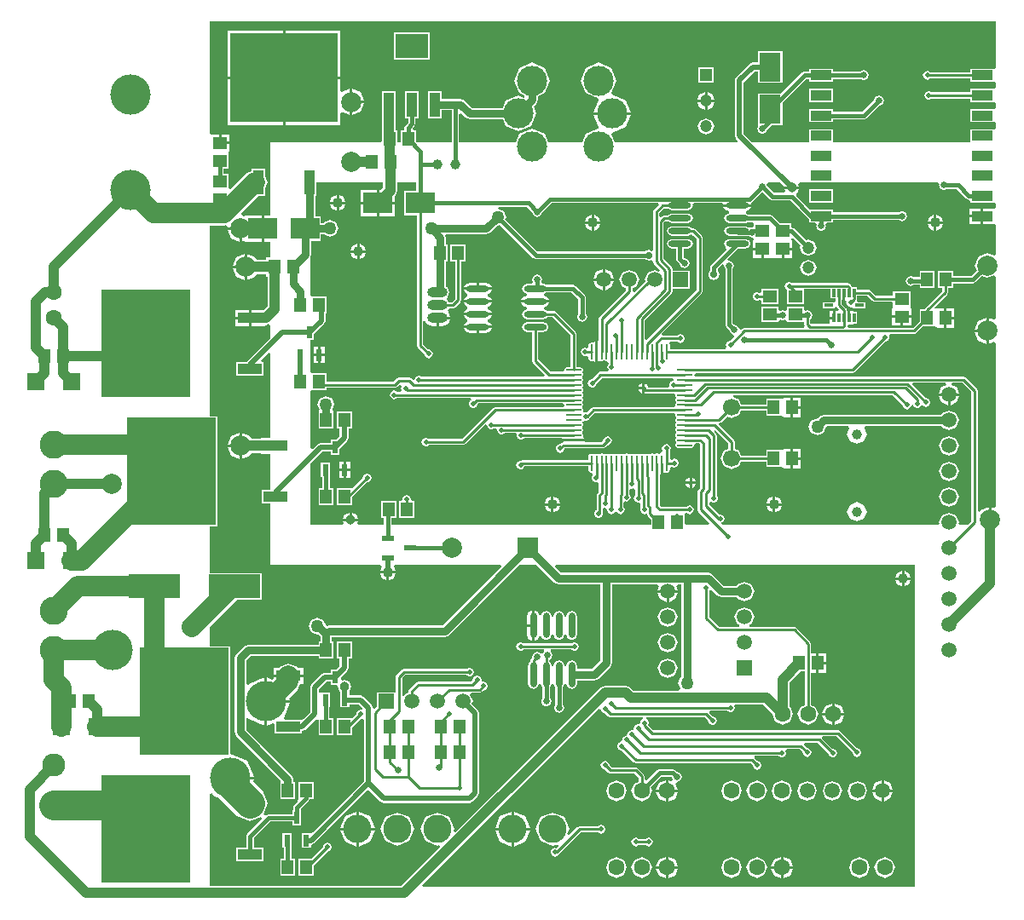
<source format=gtl>
%FSLAX25Y25*%
%MOIN*%
G70*
G01*
G75*
G04 Layer_Physical_Order=1*
G04 Layer_Color=255*
%ADD10R,0.07874X0.03937*%
%ADD11C,0.03937*%
%ADD12O,0.02756X0.09843*%
%ADD13R,0.03248X0.01181*%
%ADD14R,0.01181X0.03248*%
%ADD15R,0.04724X0.05512*%
%ADD16R,0.04528X0.02362*%
%ADD17R,0.20276X0.09252*%
%ADD18R,0.05512X0.04724*%
%ADD19R,0.02362X0.04528*%
%ADD20R,0.11221X0.08465*%
%ADD21R,0.08465X0.11221*%
%ADD22R,0.04134X0.09449*%
%ADD23R,0.41929X0.35039*%
%ADD24R,0.12992X0.09449*%
%ADD25R,0.03937X0.09449*%
%ADD26O,0.08858X0.02362*%
%ADD27R,0.09449X0.04134*%
%ADD28R,0.35039X0.41929*%
%ADD29R,0.06693X0.06693*%
%ADD30O,0.00984X0.06102*%
%ADD31O,0.06102X0.00984*%
%ADD32C,0.01500*%
%ADD33C,0.03000*%
%ADD34C,0.03937*%
%ADD35C,0.01000*%
%ADD36C,0.02000*%
%ADD37C,0.07874*%
%ADD38C,0.11811*%
%ADD39C,0.11811*%
%ADD40C,0.04724*%
%ADD41C,0.05906*%
%ADD42R,0.05906X0.05906*%
%ADD43C,0.11000*%
%ADD44C,0.06299*%
%ADD45C,0.15748*%
%ADD46R,0.04724X0.04724*%
%ADD47R,0.07874X0.07874*%
%ADD48C,0.07874*%
%ADD49O,0.07874X0.03937*%
%ADD50O,0.07874X0.03937*%
%ADD51C,0.06693*%
%ADD52C,0.09000*%
%ADD53C,0.02000*%
%ADD54C,0.03800*%
%ADD55C,0.02500*%
%ADD56C,0.05000*%
%ADD57C,0.02800*%
%ADD58C,0.04000*%
G36*
X478809Y351007D02*
Y300493D01*
X477529Y299213D01*
X474239D01*
X473795Y299878D01*
X473845Y300000D01*
X472719Y302719D01*
X470000Y303846D01*
X467281Y302719D01*
X466154Y300000D01*
X466205Y299878D01*
X465761Y299213D01*
X381249D01*
X381090Y300013D01*
X381725Y300275D01*
X382232Y301500D01*
X381725Y302725D01*
X380500Y303232D01*
X380113Y303071D01*
X376191Y306993D01*
Y307815D01*
X376991Y308186D01*
X378000Y307768D01*
X379225Y308275D01*
X379732Y309500D01*
X379225Y310725D01*
X379191Y310739D01*
Y334000D01*
X378944Y334595D01*
X378842Y334842D01*
X378183Y335501D01*
X378446Y336369D01*
X378447Y336369D01*
X383809Y331007D01*
Y328778D01*
X381979Y328021D01*
X380728Y325000D01*
X381979Y321979D01*
X385000Y320728D01*
X388020Y321979D01*
X388778Y323809D01*
X398495D01*
Y321644D01*
X404381D01*
X404419Y321644D01*
X405181Y321553D01*
Y321244D01*
X408043D01*
Y325000D01*
Y328756D01*
X405181D01*
Y328447D01*
X405181D01*
X404419Y328356D01*
X404381Y328356D01*
X398495D01*
Y326191D01*
X388778D01*
X388020Y328021D01*
X386191Y328778D01*
Y331500D01*
X385842Y332342D01*
X380035Y338149D01*
X380325Y338990D01*
X380921Y339237D01*
X383170Y341486D01*
X385000Y340728D01*
X388020Y341980D01*
X388778Y343809D01*
X398495D01*
Y341644D01*
X404381D01*
X404419Y341644D01*
X405181Y341553D01*
Y341244D01*
X408043D01*
Y345000D01*
Y348756D01*
X405181D01*
Y348447D01*
X405181D01*
X404419Y348356D01*
X404381Y348356D01*
X398495D01*
Y346191D01*
X388778D01*
X388020Y348021D01*
X385568Y349036D01*
X385728Y349836D01*
X447980D01*
X451782Y346034D01*
X451768Y346000D01*
X452275Y344775D01*
X453500Y344268D01*
X454725Y344775D01*
X455171Y345852D01*
X455971Y346010D01*
X456275Y345275D01*
X457500Y344768D01*
X458725Y345275D01*
X458921Y345749D01*
X459775Y345775D01*
X461000Y345268D01*
X462225Y345775D01*
X462732Y347000D01*
X462225Y348225D01*
X461000Y348732D01*
X460966Y348718D01*
X455787Y353897D01*
X456093Y354636D01*
X468773D01*
X468932Y353836D01*
X466975Y353025D01*
X465929Y350500D01*
X474071D01*
X473025Y353025D01*
X471068Y353836D01*
X471227Y354636D01*
X475180D01*
X478809Y351007D01*
D02*
G37*
G36*
X356586Y424270D02*
X354658Y422342D01*
X354309Y421500D01*
Y406781D01*
X353509Y406247D01*
X352500Y406665D01*
X350969Y406031D01*
X350940Y405961D01*
X309105D01*
X296478Y418589D01*
X296855Y419500D01*
X295873Y421873D01*
X293782Y422739D01*
X293941Y423539D01*
X304895D01*
X307043Y421391D01*
X307584Y420084D01*
X309000Y419498D01*
X310416Y420084D01*
X310957Y421391D01*
X314636Y425070D01*
X356255D01*
X356586Y424270D01*
D02*
G37*
G36*
X466166Y432406D02*
X465998Y432000D01*
X466584Y430584D01*
X468000Y429998D01*
X469307Y430539D01*
X472906D01*
X476723Y426723D01*
X477756Y426295D01*
X478455Y425949D01*
Y425187D01*
X487529D01*
Y425187D01*
X488189Y424849D01*
Y423543D01*
X487929Y422850D01*
X487389Y422850D01*
X483492D01*
Y419882D01*
Y416913D01*
X487389D01*
X487929Y416913D01*
X488189Y416221D01*
Y416221D01*
Y404900D01*
X487524Y404456D01*
X485000Y405501D01*
X481528Y404063D01*
X480089Y400591D01*
X480922Y398579D01*
X478804Y396461D01*
X471505D01*
Y398356D01*
X465581D01*
Y391644D01*
X467353D01*
Y390536D01*
X460615Y383799D01*
X460431Y383356D01*
X458495D01*
Y378722D01*
X455964Y376191D01*
X430852D01*
X430399Y376890D01*
X430685Y377494D01*
X432496D01*
Y377894D01*
X434065D01*
Y382342D01*
X432496D01*
Y382742D01*
X431405D01*
Y380118D01*
X430406D01*
Y382742D01*
X430128D01*
Y383063D01*
X429881Y383658D01*
X429779Y383905D01*
X428159Y385525D01*
Y387258D01*
X428437D01*
Y389882D01*
X429437D01*
Y387237D01*
X429958Y386458D01*
X429768Y386000D01*
X430275Y384775D01*
X431500Y384268D01*
X431976Y384465D01*
X432776Y383931D01*
Y383809D01*
X437224D01*
Y386191D01*
X434420D01*
X433906Y386991D01*
X434065Y387374D01*
Y388691D01*
X438125D01*
X440115Y386701D01*
X440957Y386353D01*
X447578D01*
X448144Y385787D01*
Y384619D01*
X448144Y384581D01*
X448053Y383819D01*
X447744D01*
Y380957D01*
X455256D01*
Y383819D01*
X454947D01*
Y383819D01*
X454856Y384581D01*
X454856Y384619D01*
Y390506D01*
X448144D01*
Y388734D01*
X441450D01*
X439460Y390724D01*
X438618Y391073D01*
X434065D01*
Y392106D01*
X432091D01*
X431747Y392936D01*
X431236Y393448D01*
X430394Y393796D01*
X408551D01*
X407500Y394232D01*
X406275Y393725D01*
X405768Y392500D01*
X406275Y391275D01*
X406644Y391123D01*
Y385581D01*
X413356D01*
Y391415D01*
X423809D01*
Y387658D01*
X425778D01*
Y386761D01*
X425224Y386191D01*
X424978Y386191D01*
X420776D01*
Y383809D01*
X425224D01*
Y384278D01*
X426024Y384437D01*
X426127Y384190D01*
X426904Y383412D01*
X426443Y382742D01*
X425500D01*
Y380118D01*
X425000D01*
Y379618D01*
X423410D01*
Y377791D01*
X415993D01*
X415691Y378093D01*
Y379491D01*
X415916Y379584D01*
X416502Y381000D01*
X415916Y382416D01*
X414500Y383002D01*
X414021Y382804D01*
X413356Y383248D01*
Y384419D01*
X406644D01*
Y383187D01*
X405844Y382653D01*
X405000Y383002D01*
X404156Y382653D01*
X403356Y383169D01*
Y384419D01*
X396644D01*
Y378495D01*
X403356D01*
Y378831D01*
X404156Y379347D01*
X405000Y378998D01*
X405844Y379347D01*
X406644Y378813D01*
Y378495D01*
X413309D01*
Y377600D01*
X413562Y376991D01*
X413180Y376191D01*
X390000D01*
X389405Y375944D01*
X389158Y375842D01*
X388742Y375425D01*
X387909Y375725D01*
X387416Y376916D01*
X386109Y377457D01*
X385461Y378105D01*
Y399193D01*
X386002Y400500D01*
X385416Y401916D01*
X384000Y402502D01*
X383865Y402446D01*
X383412Y403125D01*
X387359Y407072D01*
X390469D01*
X391832Y407637D01*
X392396Y409000D01*
X391832Y410363D01*
X390469Y410928D01*
X383972D01*
X382609Y410363D01*
X382045Y409000D01*
X382609Y407637D01*
X382780Y407566D01*
X382936Y406782D01*
X376967Y400813D01*
X376539Y399780D01*
X376539Y399780D01*
Y398559D01*
X376469Y398531D01*
X375835Y397000D01*
X376469Y395469D01*
X378000Y394835D01*
X379531Y395469D01*
X380165Y397000D01*
X379531Y398531D01*
X379586Y399299D01*
X381375Y401088D01*
X382054Y400635D01*
X381998Y400500D01*
X382539Y399193D01*
Y377500D01*
X382539Y377500D01*
X382967Y376467D01*
X384043Y375391D01*
X384584Y374084D01*
X385775Y373591D01*
X386075Y372759D01*
X384534Y371218D01*
X384500Y371232D01*
X383275Y370725D01*
X382768Y369500D01*
X383082Y368743D01*
X382563Y367943D01*
X360946D01*
Y369311D01*
X360657Y370009D01*
X360982Y370809D01*
X363761D01*
X363775Y370775D01*
X365000Y370268D01*
X366225Y370775D01*
X366732Y372000D01*
X366225Y373225D01*
X365000Y373732D01*
X363775Y373225D01*
X363761Y373191D01*
X358006D01*
X357674Y373991D01*
X373342Y389658D01*
X373691Y390500D01*
Y411500D01*
X373444Y412095D01*
X373342Y412342D01*
X370842Y414842D01*
X370000Y415191D01*
X369462D01*
X369391Y415363D01*
X368028Y415928D01*
X361531D01*
X360168Y415363D01*
X359604Y414000D01*
X360168Y412637D01*
X361531Y412072D01*
X368028D01*
X369391Y412637D01*
X370058Y412258D01*
X371309Y411007D01*
Y390993D01*
X351851Y371535D01*
X351112Y371841D01*
Y379165D01*
X361495Y389548D01*
X361843Y390390D01*
Y391447D01*
X368553D01*
Y398553D01*
X361843D01*
Y399263D01*
X361495Y400105D01*
X358475Y403125D01*
Y417291D01*
X358993Y417809D01*
X360097D01*
X360168Y417637D01*
X361531Y417072D01*
X368028D01*
X369391Y417637D01*
X369955Y419000D01*
X369391Y420363D01*
X368028Y420928D01*
X361531D01*
X360168Y420363D01*
X360097Y420191D01*
X358500D01*
X357658Y419842D01*
X357430Y419614D01*
X356691Y419920D01*
Y421007D01*
X358493Y422809D01*
X360097D01*
X360168Y422637D01*
X361531Y422072D01*
X368028D01*
X369391Y422637D01*
X369955Y424000D01*
X369788Y424405D01*
X370232Y425070D01*
X381335D01*
X381716Y424500D01*
X392622D01*
X392551Y424673D01*
X392857Y425412D01*
X393064Y425498D01*
X397000Y429433D01*
X399967Y426467D01*
X399967Y426467D01*
X401000Y426039D01*
X407895D01*
X415085Y418849D01*
X415085Y418849D01*
X415463Y418692D01*
Y417313D01*
X417676D01*
X418210Y416513D01*
X417998Y416000D01*
X418584Y414584D01*
X420000Y413998D01*
X421416Y414584D01*
X422002Y416000D01*
X421790Y416513D01*
X422324Y417313D01*
X424537D01*
Y418421D01*
X450193D01*
X451500Y417879D01*
X452916Y418466D01*
X453502Y419882D01*
X452916Y421298D01*
X451500Y421884D01*
X450193Y421343D01*
X424537D01*
Y422450D01*
X415616D01*
X410215Y427851D01*
X410371Y428636D01*
X410720Y428780D01*
X411432Y430500D01*
X405568D01*
X405930Y429626D01*
X405486Y428961D01*
X401605D01*
X398957Y431609D01*
X398683Y432271D01*
X399218Y433071D01*
X403980D01*
X405551Y431500D01*
X411432D01*
X411057Y432406D01*
X411501Y433071D01*
X415463D01*
Y433061D01*
X424537D01*
Y433071D01*
X465721D01*
X466166Y432406D01*
D02*
G37*
G36*
X261807Y429832D02*
X257057D01*
Y420168D01*
X262077D01*
Y369232D01*
X262426Y368390D01*
X264782Y366034D01*
X264768Y366000D01*
X265275Y364775D01*
X266500Y364268D01*
X267725Y364775D01*
X268232Y366000D01*
X267725Y367225D01*
X266500Y367732D01*
X266466Y367718D01*
X264458Y369725D01*
Y378779D01*
X265258Y378938D01*
X265759Y377728D01*
X268032Y376787D01*
X269500D01*
Y380000D01*
X270000D01*
Y380500D01*
X274974D01*
X274240Y382272D01*
X274185Y382295D01*
X274040Y383099D01*
X274523Y383809D01*
X276000D01*
X276842Y384158D01*
X278885Y386201D01*
X279234Y387043D01*
Y402144D01*
X281006D01*
Y408856D01*
X275081D01*
Y402144D01*
X276853D01*
Y387537D01*
X275507Y386191D01*
X274255D01*
X273934Y386966D01*
X273610Y387100D01*
Y387900D01*
X273934Y388034D01*
X274749Y390000D01*
X273934Y391966D01*
X273230Y392258D01*
Y402144D01*
X273919D01*
Y408856D01*
X273230D01*
Y411543D01*
X273015Y412062D01*
X273459Y412727D01*
X289000D01*
X290607Y413393D01*
X293400Y416186D01*
X293500Y416145D01*
X294411Y416522D01*
X307467Y403467D01*
X307467Y403467D01*
X308500Y403039D01*
X350940D01*
X350969Y402969D01*
X352500Y402335D01*
X353509Y402753D01*
X354309Y402219D01*
Y402000D01*
X354658Y401158D01*
X356886Y398930D01*
X356433Y398252D01*
X355000Y398846D01*
X352281Y397719D01*
X351154Y395000D01*
X351348Y394532D01*
X346873Y390057D01*
X346208Y390489D01*
X346191Y390506D01*
Y391648D01*
X347719Y392281D01*
X348846Y395000D01*
X347719Y397719D01*
X345000Y398846D01*
X342281Y397719D01*
X341155Y395000D01*
X342281Y392281D01*
X343634Y391720D01*
X343725Y390909D01*
X333331Y380515D01*
X332983Y379673D01*
Y371324D01*
X332705Y371138D01*
Y366752D01*
Y362785D01*
X333347Y363051D01*
X333347D01*
Y363051D01*
X334092Y363044D01*
X334173Y363011D01*
X335009Y363357D01*
X335306Y363357D01*
X336142Y363011D01*
X336254Y363057D01*
X336572Y362846D01*
X336886Y362114D01*
X336378Y360890D01*
X336836Y359786D01*
X336520Y358986D01*
X333795D01*
X332953Y358637D01*
X330534Y356218D01*
X330500Y356232D01*
X329275Y355725D01*
X328768Y354500D01*
X329275Y353275D01*
X330500Y352768D01*
X331725Y353275D01*
X332232Y354500D01*
X332218Y354534D01*
X334289Y356605D01*
X361835D01*
X362427Y355813D01*
X362358Y355590D01*
X361134Y355083D01*
X360626Y353858D01*
X360728Y353614D01*
X360283Y352949D01*
X352479D01*
X352031Y354031D01*
X351000Y354458D01*
Y352500D01*
Y350542D01*
X351151Y350605D01*
X351242Y350568D01*
X362579D01*
X363011Y349921D01*
X363156Y349571D01*
X363319Y348937D01*
X363156Y348303D01*
X363011Y347953D01*
X363357Y347117D01*
X363357Y346820D01*
X363011Y345984D01*
X363057Y345872D01*
X362613Y345206D01*
X331016D01*
X330174Y344858D01*
X328387Y343071D01*
X328000Y343232D01*
X327433Y342997D01*
X326828Y343602D01*
X326844Y343666D01*
X326989Y344016D01*
X326643Y344852D01*
X326643Y345148D01*
X326989Y345984D01*
X326643Y346820D01*
X326643Y347117D01*
X326989Y347953D01*
X326844Y348303D01*
X326681Y348937D01*
X326844Y349571D01*
X326989Y349921D01*
X326844Y350271D01*
X326681Y350905D01*
X326844Y351540D01*
X326989Y351890D01*
X326844Y352240D01*
X326681Y352874D01*
X326844Y353508D01*
X326989Y353858D01*
X326643Y354694D01*
X326643Y354991D01*
X326989Y355827D01*
X326643Y356663D01*
X326643Y356959D01*
X326989Y357795D01*
X326844Y358145D01*
X326681Y358780D01*
X326844Y359414D01*
X326989Y359764D01*
X326643Y360600D01*
X325807Y360946D01*
X324439D01*
Y373752D01*
X324090Y374594D01*
X316342Y382342D01*
X315500Y382691D01*
X312903D01*
X312832Y382863D01*
X311576Y383383D01*
X311536Y383666D01*
Y383901D01*
X311576Y384184D01*
X313138Y384831D01*
X313622Y386000D01*
X302819D01*
X303303Y384831D01*
X304865Y384184D01*
X304905Y383901D01*
Y383666D01*
X304865Y383383D01*
X303609Y382863D01*
X303045Y381500D01*
X303609Y380137D01*
X304972Y379572D01*
X311469D01*
X312832Y380137D01*
X312903Y380309D01*
X315007D01*
X322057Y373259D01*
Y360946D01*
X320689D01*
X319853Y360600D01*
X319507Y359764D01*
X319553Y359651D01*
X319109Y358986D01*
X314198D01*
X309411Y363773D01*
Y374572D01*
X311469D01*
X312832Y375137D01*
X313396Y376500D01*
X312832Y377863D01*
X311469Y378428D01*
X304972D01*
X303609Y377863D01*
X303045Y376500D01*
X303609Y375137D01*
X304972Y374572D01*
X307030D01*
Y363280D01*
X307379Y362438D01*
X312060Y357756D01*
X311754Y357017D01*
X264065D01*
X264051Y357051D01*
X262827Y357559D01*
X261602Y357051D01*
X261210Y356105D01*
X260356Y355828D01*
X259842Y356342D01*
X259000Y356691D01*
X255000D01*
X254158Y356342D01*
X252865Y355049D01*
X226505D01*
Y358356D01*
X220581D01*
X220472Y359111D01*
Y371565D01*
X221781D01*
Y373761D01*
X225725Y377705D01*
X226232Y378929D01*
Y381644D01*
X226505D01*
Y388356D01*
X220581D01*
X220472Y389111D01*
Y404560D01*
X220541Y404724D01*
Y410168D01*
X224478D01*
Y412727D01*
X225586D01*
X225627Y412627D01*
X228000Y411645D01*
X230373Y412627D01*
X231355Y415000D01*
X230373Y417373D01*
X228000Y418355D01*
X225627Y417373D01*
X225586Y417273D01*
X224478D01*
Y419832D01*
X222273D01*
Y427904D01*
X222667D01*
Y433071D01*
X248763D01*
Y430963D01*
X248033Y430232D01*
X247232D01*
Y425500D01*
X253343D01*
Y427678D01*
X253509Y427845D01*
X254323Y429811D01*
Y433071D01*
X261807D01*
Y429832D01*
D02*
G37*
G36*
X255494Y353862D02*
X255969Y352984D01*
X255768Y352500D01*
X256012Y351912D01*
X255477Y351112D01*
X254317D01*
X254303Y351146D01*
X253079Y351653D01*
X251854Y351146D01*
X251347Y349921D01*
X251854Y348697D01*
X253079Y348189D01*
X254303Y348697D01*
X254317Y348731D01*
X283114D01*
X283273Y347931D01*
X282775Y347725D01*
X282268Y346500D01*
X282775Y345275D01*
X284000Y344768D01*
X285225Y345275D01*
X285732Y346500D01*
X286471Y346762D01*
X319109D01*
X319553Y346097D01*
X319507Y345984D01*
X319553Y345872D01*
X319109Y345206D01*
X292516D01*
X291674Y344858D01*
X279507Y332691D01*
X266739D01*
X266725Y332725D01*
X265500Y333232D01*
X264275Y332725D01*
X263768Y331500D01*
X264275Y330275D01*
X265500Y329768D01*
X266725Y330275D01*
X266739Y330309D01*
X280000D01*
X280842Y330658D01*
X288667Y338483D01*
X289378Y338110D01*
X289886Y336886D01*
X291110Y336378D01*
X292335Y336886D01*
X292342Y336904D01*
X293012Y336932D01*
X293464Y336272D01*
X293410Y336142D01*
X293917Y334917D01*
X295142Y334410D01*
X296366Y334917D01*
X296435Y335083D01*
X300598D01*
X301043Y334417D01*
X300941Y334173D01*
X301449Y332949D01*
X302673Y332441D01*
X303898Y332949D01*
X303912Y332983D01*
X318676D01*
X318862Y332705D01*
X327215D01*
X326949Y333347D01*
Y333347D01*
X326949D01*
X326956Y334092D01*
X326989Y334173D01*
X326643Y335009D01*
X326643Y335306D01*
X326989Y336142D01*
X326643Y336978D01*
X326643Y337274D01*
X326989Y338110D01*
X326844Y338460D01*
X326681Y339094D01*
X326763Y339415D01*
X327559Y339951D01*
X328000Y339768D01*
X329225Y340275D01*
X329412Y340728D01*
X331509Y342825D01*
X362613D01*
X363057Y342160D01*
X363011Y342047D01*
X363357Y341211D01*
X363357Y340915D01*
X363011Y340079D01*
X363156Y339729D01*
X363319Y339094D01*
X363156Y338460D01*
X363011Y338110D01*
X363357Y337274D01*
X363357Y336978D01*
X363011Y336142D01*
X363357Y335306D01*
X363357Y335009D01*
X363011Y334173D01*
X363156Y333823D01*
X363319Y333189D01*
X363156Y332555D01*
X363011Y332205D01*
X363357Y331369D01*
X363357Y331072D01*
X363011Y330236D01*
X363357Y329400D01*
X364193Y329054D01*
X369311D01*
X370147Y329400D01*
X370493Y330236D01*
X370446Y330349D01*
X370891Y331014D01*
X372302D01*
X372809Y330507D01*
Y313493D01*
X372158Y312842D01*
X371809Y312000D01*
Y305000D01*
X372158Y304158D01*
X376364Y299952D01*
X376058Y299213D01*
X367071D01*
X366506Y299778D01*
Y303356D01*
X366588Y303417D01*
X367275Y303775D01*
X368500Y303268D01*
X369725Y303775D01*
X370232Y305000D01*
X369725Y306225D01*
X368500Y306732D01*
X367275Y306225D01*
X367261Y306191D01*
X357493D01*
X357017Y306666D01*
Y318676D01*
X357295Y318862D01*
Y323248D01*
X358295D01*
Y319281D01*
X358937Y319547D01*
X358937D01*
Y319547D01*
X359683Y319540D01*
X359764Y319507D01*
X360600Y319853D01*
X360946Y320689D01*
Y321560D01*
X361746Y321933D01*
X362752Y321516D01*
X363977Y322023D01*
X364484Y323248D01*
X363977Y324473D01*
X362752Y324980D01*
X361754Y324567D01*
X360954Y324945D01*
Y328330D01*
X361232Y329000D01*
X360725Y330225D01*
X359500Y330732D01*
X358275Y330225D01*
X357768Y329000D01*
X358119Y328154D01*
X357818Y327474D01*
X357646Y327360D01*
X356653Y326949D01*
X356653D01*
Y326949D01*
X355908Y326956D01*
X355827Y326989D01*
X354991Y326643D01*
X354694Y326643D01*
X353858Y326989D01*
X353022Y326643D01*
X352726Y326643D01*
X351890Y326989D01*
X351540Y326844D01*
X350905Y326681D01*
X350271Y326844D01*
X349921Y326989D01*
X349085Y326643D01*
X348789Y326643D01*
X347953Y326989D01*
X347603Y326844D01*
X346969Y326681D01*
X346334Y326844D01*
X345984Y326989D01*
X345148Y326643D01*
X344852Y326643D01*
X344016Y326989D01*
X343180Y326643D01*
X342883Y326643D01*
X342047Y326989D01*
X341697Y326844D01*
X341063Y326681D01*
X340429Y326844D01*
X340079Y326989D01*
X339243Y326643D01*
X338946Y326643D01*
X338110Y326989D01*
X337760Y326844D01*
X337126Y326681D01*
X336492Y326844D01*
X336142Y326989D01*
X335306Y326643D01*
X335009Y326643D01*
X334173Y326989D01*
X333337Y326643D01*
X333041Y326643D01*
X332205Y326989D01*
X331855Y326844D01*
X331221Y326681D01*
X330586Y326844D01*
X330236Y326989D01*
X329400Y326643D01*
X329054Y325807D01*
Y324439D01*
X303248D01*
X302653Y324192D01*
X302624Y324180D01*
X302500Y324232D01*
X301275Y323725D01*
X300768Y322500D01*
X301275Y321275D01*
X302500Y320768D01*
X303725Y321275D01*
X304048Y322057D01*
X329054D01*
Y320689D01*
X329400Y319853D01*
X330236Y319507D01*
X330715Y318875D01*
X330775Y318725D01*
X330268Y317500D01*
X330775Y316275D01*
X332000Y315768D01*
X332317Y315900D01*
X332983Y315455D01*
Y311929D01*
X332558Y311505D01*
X332209Y310663D01*
Y304904D01*
X331775Y304725D01*
X331268Y303500D01*
X331775Y302275D01*
X333000Y301768D01*
X334225Y302275D01*
X334732Y303500D01*
X334578Y303870D01*
X334591Y303900D01*
Y305425D01*
X335256Y305869D01*
X335500Y305768D01*
X335766Y305878D01*
X336378Y305266D01*
X336268Y305000D01*
X336775Y303775D01*
X338000Y303268D01*
X339225Y303775D01*
X339317Y303999D01*
X340183D01*
X340275Y303775D01*
X341500Y303268D01*
X342725Y303775D01*
X343232Y305000D01*
X342725Y306225D01*
X342691Y306239D01*
Y307949D01*
X343356Y308394D01*
X343900Y308168D01*
X345125Y308675D01*
X345632Y309900D01*
X345125Y311125D01*
X345091Y311139D01*
Y312925D01*
X345756Y313369D01*
X346000Y313268D01*
X346509Y313479D01*
X347309Y312945D01*
Y310739D01*
X347275Y310725D01*
X346768Y309500D01*
X347275Y308275D01*
X348500Y307768D01*
X348744Y307869D01*
X349409Y307425D01*
Y305400D01*
X349422Y305370D01*
X349268Y305000D01*
X349775Y303775D01*
X351000Y303268D01*
X351643Y303535D01*
X351909Y303357D01*
X352258Y302515D01*
X353495Y301278D01*
Y299213D01*
X252032D01*
Y301644D01*
X253919D01*
Y308356D01*
X247994D01*
Y301644D01*
X249110D01*
Y299213D01*
X239119D01*
X238674Y299878D01*
X238932Y300500D01*
X233068D01*
X233326Y299878D01*
X232881Y299213D01*
X220472D01*
Y323023D01*
X225147Y327697D01*
X228219D01*
Y326565D01*
X231781D01*
Y328761D01*
X234768Y331748D01*
X235275Y332972D01*
Y336644D01*
X236506D01*
Y343356D01*
X230581D01*
Y336644D01*
X231811D01*
Y333690D01*
X230415Y332293D01*
X228219D01*
Y331161D01*
X224429D01*
X223205Y330654D01*
X221212Y328661D01*
X220472Y328967D01*
Y350889D01*
X220581Y351644D01*
X226505D01*
Y352668D01*
X253358D01*
X254200Y353016D01*
X255111Y353927D01*
X255494Y353862D01*
D02*
G37*
G36*
X488189Y396281D02*
Y379743D01*
X487524Y379298D01*
X485500Y380137D01*
Y375000D01*
Y369863D01*
X487524Y370702D01*
X488189Y370257D01*
Y306157D01*
X487524Y305713D01*
X486500Y306137D01*
Y301000D01*
X485500D01*
Y306137D01*
X482221Y304779D01*
X481975Y304184D01*
X481191Y304341D01*
Y351500D01*
X480842Y352342D01*
X476515Y356669D01*
X475673Y357017D01*
X370891D01*
X370446Y357683D01*
X370493Y357795D01*
X370446Y357908D01*
X370891Y358573D01*
X432264D01*
X433106Y358922D01*
X444966Y370782D01*
X445000Y370768D01*
X446225Y371275D01*
X446732Y372500D01*
X446521Y373009D01*
X447055Y373809D01*
X456457D01*
X457299Y374158D01*
X459785Y376644D01*
X464381D01*
X464419Y376644D01*
X465181Y376553D01*
Y376244D01*
X468043D01*
Y380000D01*
Y383756D01*
X465181D01*
Y383756D01*
X464442Y383902D01*
X464335Y384152D01*
X469385Y389201D01*
X469487Y389448D01*
X469734Y390043D01*
Y391644D01*
X471505D01*
Y393539D01*
X479409D01*
X479410Y393539D01*
X480443Y393967D01*
X482989Y396513D01*
X485000Y395680D01*
X487524Y396725D01*
X488189Y396281D01*
D02*
G37*
G36*
X456693Y157480D02*
X264457D01*
X264151Y158219D01*
X333029Y227097D01*
X333855Y226792D01*
X334275Y225775D01*
X335500Y225268D01*
X335534Y225282D01*
X336658Y224158D01*
X337500Y223809D01*
X350304D01*
X350463Y223009D01*
X349775Y222725D01*
X349367Y221739D01*
X348529Y221220D01*
X348500Y221232D01*
X347275Y220725D01*
X346768Y219500D01*
X346878Y219234D01*
X346266Y218622D01*
X346000Y218732D01*
X344775Y218225D01*
X344440Y217415D01*
X344105Y216895D01*
X343585Y216560D01*
X342775Y216225D01*
X342268Y215000D01*
X342280Y214971D01*
X341761Y214133D01*
X340775Y213725D01*
X340268Y212500D01*
X340775Y211275D01*
X342000Y210768D01*
X342034Y210782D01*
X346658Y206158D01*
X346905Y206056D01*
X347500Y205809D01*
X392507D01*
X393282Y205034D01*
X393268Y205000D01*
X393775Y203775D01*
X395000Y203268D01*
X396225Y203775D01*
X396732Y205000D01*
X396225Y206225D01*
X395000Y206732D01*
X394966Y206718D01*
X393860Y207824D01*
X393863Y207922D01*
X394043Y208624D01*
X403446D01*
X403460Y208590D01*
X404685Y208083D01*
X405910Y208590D01*
X406417Y209815D01*
X406129Y210509D01*
X406664Y211309D01*
X411507D01*
X412782Y210034D01*
X412768Y210000D01*
X413275Y208775D01*
X414500Y208268D01*
X415725Y208775D01*
X416232Y210000D01*
X415725Y211225D01*
X414500Y211732D01*
X414466Y211718D01*
X413174Y213009D01*
X413506Y213809D01*
X418767D01*
X422782Y209794D01*
X422768Y209760D01*
X423275Y208535D01*
X424500Y208028D01*
X425725Y208535D01*
X426232Y209760D01*
X425725Y210984D01*
X424500Y211492D01*
X424466Y211478D01*
X420434Y215509D01*
X420766Y216309D01*
X426007D01*
X432282Y210034D01*
X432268Y210000D01*
X432775Y208775D01*
X434000Y208268D01*
X435225Y208775D01*
X435732Y210000D01*
X435225Y211225D01*
X434000Y211732D01*
X433966Y211718D01*
X427342Y218342D01*
X426500Y218691D01*
X354493D01*
X352425Y220759D01*
X352732Y221500D01*
X352225Y222725D01*
X351537Y223009D01*
X351696Y223809D01*
X374507D01*
X375782Y222534D01*
X375768Y222500D01*
X376275Y221275D01*
X377500Y220768D01*
X378725Y221275D01*
X379232Y222500D01*
X378725Y223725D01*
X377500Y224232D01*
X377466Y224218D01*
X376174Y225509D01*
X376506Y226309D01*
X383261D01*
X383275Y226275D01*
X384500Y225768D01*
X385725Y226275D01*
X386232Y227500D01*
X386002Y228055D01*
X386446Y228720D01*
X397348D01*
X400979Y225090D01*
X400942Y225000D01*
X402130Y222130D01*
X405000Y220941D01*
X407870Y222130D01*
X409059Y225000D01*
X407870Y227870D01*
X407780Y227907D01*
Y237392D01*
X412033Y241644D01*
X413728D01*
Y228597D01*
X411973Y227870D01*
X410784Y225000D01*
X411973Y222130D01*
X414843Y220941D01*
X417712Y222130D01*
X418901Y225000D01*
X417712Y227870D01*
X416110Y228534D01*
Y241244D01*
X418043D01*
Y245000D01*
Y248756D01*
X416110D01*
Y252581D01*
X415761Y253423D01*
X410342Y258842D01*
X409500Y259191D01*
X392138D01*
X391981Y259975D01*
X392719Y260281D01*
X393845Y263000D01*
X392719Y265719D01*
X390000Y266845D01*
X387281Y265719D01*
X386155Y263000D01*
X387281Y260281D01*
X388018Y259975D01*
X387862Y259191D01*
X379993D01*
X376191Y262993D01*
Y273261D01*
X376225Y273275D01*
X376292Y273437D01*
X377076Y273593D01*
X379277Y271393D01*
X380884Y270727D01*
X387096D01*
X387281Y270281D01*
X390000Y269155D01*
X392719Y270281D01*
X393845Y273000D01*
X392719Y275719D01*
X390000Y276846D01*
X387281Y275719D01*
X387096Y275273D01*
X381826D01*
X377439Y279660D01*
X375831Y280326D01*
X318349D01*
X315950Y282726D01*
X316256Y283465D01*
X456693D01*
Y157480D01*
D02*
G37*
G36*
X488189Y477907D02*
X487529Y477568D01*
X487389Y477568D01*
X478455D01*
Y476191D01*
X462743D01*
X462729Y476225D01*
X461504Y476732D01*
X460279Y476225D01*
X459772Y475000D01*
X460279Y473775D01*
X461504Y473268D01*
X462729Y473775D01*
X462743Y473809D01*
X478455D01*
Y472432D01*
X487389D01*
X487529Y472432D01*
X488189Y472093D01*
Y470033D01*
X487529Y469695D01*
X487389Y469695D01*
X478455D01*
Y468317D01*
X463365D01*
X463351Y468351D01*
X462126Y468858D01*
X460901Y468351D01*
X460394Y467126D01*
X460901Y465901D01*
X462126Y465394D01*
X463351Y465901D01*
X463365Y465935D01*
X478455D01*
Y464558D01*
X487389D01*
X487529Y464558D01*
X488189Y464219D01*
Y462159D01*
X487529Y461821D01*
X487389Y461821D01*
X478455D01*
Y456683D01*
X487389D01*
X487529Y456683D01*
X488189Y456345D01*
Y454285D01*
X487529Y453946D01*
X487529Y453946D01*
Y453946D01*
X487529Y453946D01*
X478455D01*
Y448819D01*
X424537D01*
Y453946D01*
X415463D01*
Y448819D01*
X393130D01*
X389732Y452217D01*
Y472283D01*
X393985Y476536D01*
X395168D01*
Y472057D01*
X404832D01*
Y484478D01*
X395168D01*
Y479999D01*
X393268D01*
X392043Y479492D01*
X386775Y474225D01*
X386268Y473000D01*
Y451500D01*
X386775Y450275D01*
X387493Y449558D01*
X387187Y448819D01*
X339256D01*
X338027Y451786D01*
X338428Y452576D01*
X343592Y454715D01*
X345574Y459500D01*
X331040D01*
X332972Y454836D01*
X332963Y454583D01*
X332698Y453994D01*
X327966Y452034D01*
X326634Y448819D01*
X313366D01*
X312034Y452034D01*
X307055Y454096D01*
X302076Y452034D01*
X300744Y448819D01*
X278461D01*
Y459779D01*
X279200Y460085D01*
X280893Y458393D01*
X280893Y458393D01*
X282500Y457727D01*
X295593D01*
X296714Y455021D01*
X301693Y452958D01*
X306672Y455021D01*
X308734Y460000D01*
X307613Y462706D01*
X308662Y463755D01*
X309328Y465362D01*
Y466845D01*
X312034Y467966D01*
X314096Y472945D01*
X312034Y477924D01*
X307055Y479987D01*
X302076Y477924D01*
X300013Y472945D01*
X302076Y467966D01*
X303965Y467183D01*
X304041Y466611D01*
X303582Y466259D01*
X301693Y467041D01*
X296714Y464979D01*
X295593Y462273D01*
X283441D01*
X280525Y465190D01*
X278917Y465856D01*
X271624D01*
Y468907D01*
X266487D01*
Y458258D01*
X271624D01*
Y461310D01*
X275539D01*
Y448819D01*
X261791D01*
X261506Y449104D01*
Y453356D01*
X260530D01*
X260222Y454156D01*
X261033Y454967D01*
X261033Y454967D01*
X261461Y456000D01*
Y458258D01*
X262568D01*
Y468907D01*
X257432D01*
Y458258D01*
X258539D01*
Y456605D01*
X257510Y455577D01*
X257082Y454543D01*
X257082Y454543D01*
Y453356D01*
X255581D01*
Y448819D01*
X254419D01*
Y453356D01*
X253725D01*
Y463583D01*
X253513Y464094D01*
Y468907D01*
X248376D01*
Y464094D01*
X248165Y463583D01*
Y450000D01*
X248323Y449619D01*
X247834Y448819D01*
X204724D01*
Y420232D01*
X202232D01*
Y415000D01*
Y409768D01*
X204724D01*
Y403756D01*
X203095D01*
Y402780D01*
X199192D01*
X198779Y403779D01*
X195500Y405137D01*
Y400000D01*
Y394863D01*
X198779Y396221D01*
X199192Y397220D01*
X203095D01*
Y396244D01*
X203677D01*
Y384608D01*
X202135Y383067D01*
X197272D01*
Y380000D01*
Y376933D01*
X202496D01*
Y377220D01*
X203000D01*
X204059Y377659D01*
X204724Y377214D01*
Y372174D01*
X195547Y362996D01*
X195411Y362667D01*
X191447D01*
Y357333D01*
X202096D01*
Y362667D01*
X201161D01*
X200855Y363406D01*
X203985Y366536D01*
X204724Y366230D01*
Y333067D01*
X201047D01*
Y332780D01*
X197192D01*
X196779Y333779D01*
X193500Y335137D01*
Y330000D01*
Y324863D01*
X196779Y326221D01*
X197192Y327220D01*
X201047D01*
Y326933D01*
X204724D01*
Y312667D01*
X201447D01*
Y307333D01*
X204724D01*
Y283465D01*
X247827D01*
X248191Y282665D01*
X247531Y281071D01*
X253611D01*
X252951Y282665D01*
X253315Y283465D01*
X294665D01*
X294971Y282726D01*
X272019Y259773D01*
X227500D01*
X226690Y259438D01*
X226163Y259965D01*
X225373Y261873D01*
X223000Y262855D01*
X220627Y261873D01*
X219645Y259500D01*
X220627Y257127D01*
X223000Y256145D01*
X223392Y256307D01*
X224184Y255515D01*
Y253356D01*
X223495D01*
Y252273D01*
X196000D01*
X194393Y251607D01*
X194393Y251607D01*
X191393Y248607D01*
X190727Y247000D01*
Y218000D01*
X191393Y216393D01*
X208630Y199156D01*
X208494Y198356D01*
X208494D01*
Y191644D01*
X214419D01*
Y198356D01*
X213730D01*
Y199543D01*
X213730Y199543D01*
X213259Y200680D01*
X213064Y201151D01*
X213064Y201151D01*
X195273Y218941D01*
Y223330D01*
X196058Y223486D01*
X196182Y223186D01*
X202474Y220580D01*
Y229978D01*
Y239376D01*
X196182Y236770D01*
X196058Y236469D01*
X195273Y236625D01*
Y246059D01*
X196941Y247727D01*
X223495D01*
Y246644D01*
X229419D01*
Y253356D01*
X228730D01*
Y255227D01*
X272961D01*
X274568Y255893D01*
X302140Y283465D01*
X308782D01*
X315801Y276446D01*
X317408Y275780D01*
X333727D01*
Y245941D01*
X330413Y242627D01*
X324641D01*
Y243898D01*
X324014Y245411D01*
X322500Y246039D01*
X320986Y245411D01*
X320400Y243996D01*
X320029Y243948D01*
X319971D01*
X319600Y243996D01*
X319014Y245411D01*
X317500Y246039D01*
X315986Y245411D01*
X315400Y243996D01*
X315029Y243948D01*
X314971D01*
X314600Y243996D01*
X314014Y245411D01*
X313693Y245545D01*
Y246285D01*
X314416Y246584D01*
X315002Y248000D01*
X314416Y249416D01*
X314190Y249509D01*
X314350Y250309D01*
X322261D01*
X322275Y250275D01*
X323500Y249768D01*
X324725Y250275D01*
X325232Y251500D01*
X324725Y252725D01*
X323500Y253232D01*
X322275Y252725D01*
X322261Y252691D01*
X303739D01*
X303725Y252725D01*
X302500Y253232D01*
X301275Y252725D01*
X300768Y251500D01*
X301275Y250275D01*
X302500Y249768D01*
X303725Y250275D01*
X303739Y250309D01*
X311650D01*
X311810Y249509D01*
X311584Y249416D01*
X311299Y248727D01*
X310433D01*
X310373Y248873D01*
X308957Y249459D01*
X307541Y248873D01*
X306954Y247457D01*
X307048Y247231D01*
X306658Y246842D01*
X306309Y246000D01*
Y245545D01*
X305986Y245411D01*
X305359Y243898D01*
Y236811D01*
X305986Y235297D01*
X307500Y234670D01*
X309014Y235297D01*
X309600Y236712D01*
X309971Y236760D01*
X310029D01*
X310400Y236712D01*
X310986Y235297D01*
X311039Y235275D01*
Y231159D01*
X310541Y229957D01*
X311127Y228541D01*
X312543Y227954D01*
X313959Y228541D01*
X314546Y229957D01*
X313961Y231368D01*
Y235275D01*
X314014Y235297D01*
X314600Y236712D01*
X314971Y236760D01*
X315029D01*
X315400Y236712D01*
X315986Y235297D01*
X316039Y235275D01*
Y228807D01*
X315498Y227500D01*
X316084Y226084D01*
X317500Y225498D01*
X318916Y226084D01*
X319502Y227500D01*
X318961Y228807D01*
Y235275D01*
X319014Y235297D01*
X319600Y236712D01*
X319971Y236760D01*
X320029D01*
X320400Y236712D01*
X320986Y235297D01*
X322500Y234670D01*
X324014Y235297D01*
X324641Y236811D01*
Y238081D01*
X331354D01*
X332962Y238747D01*
X337607Y243393D01*
X338273Y245000D01*
Y275780D01*
X356153D01*
X356597Y275115D01*
X355929Y273500D01*
X364071D01*
X363403Y275115D01*
X363847Y275780D01*
X365227D01*
Y239414D01*
X365127Y239373D01*
X364145Y237000D01*
X364940Y235080D01*
X364429Y234280D01*
X346652D01*
X345466Y235466D01*
X343500Y236280D01*
X335500D01*
X333534Y235466D01*
X277016Y178948D01*
X276351Y179392D01*
X276603Y180000D01*
X274669Y184669D01*
X270000Y186603D01*
X265331Y184669D01*
X263397Y180000D01*
X265331Y175331D01*
X270000Y173397D01*
X270608Y173649D01*
X271052Y172984D01*
X255848Y157780D01*
X181102D01*
Y193827D01*
X181887Y193983D01*
X182208Y193208D01*
X184593Y192220D01*
X191793Y185021D01*
X196772Y182958D01*
X201021Y184719D01*
X201474Y184040D01*
X195738Y178305D01*
X195310Y177272D01*
X195310Y177272D01*
Y172667D01*
X191447D01*
Y167333D01*
X202096D01*
Y172667D01*
X198233D01*
Y176666D01*
X204534Y182968D01*
X213219D01*
Y181565D01*
X216781D01*
Y187293D01*
X216781D01*
X216659Y188093D01*
X219577Y191010D01*
X219577Y191010D01*
X219702Y191313D01*
X219839Y191644D01*
X221505D01*
Y198356D01*
X215581D01*
Y191644D01*
X215581Y191644D01*
X215581D01*
X215351Y190918D01*
X213967Y189533D01*
X213539Y188500D01*
X213539Y188500D01*
Y187293D01*
X213219D01*
Y185890D01*
X203929D01*
X203929Y185890D01*
X202896Y185462D01*
X202731Y185298D01*
X202053Y185751D01*
X203813Y190000D01*
X201751Y194979D01*
X198056Y198674D01*
X198398Y199500D01*
X189000D01*
Y200500D01*
X198398D01*
X195792Y206792D01*
X189143Y209546D01*
Y251565D01*
X181102D01*
Y259157D01*
X191719Y269774D01*
X201486D01*
Y280226D01*
X181102D01*
Y298435D01*
X184143D01*
Y341565D01*
X181102D01*
Y416089D01*
X186500D01*
X187475Y416493D01*
X188040Y415927D01*
X187863Y415500D01*
X193000D01*
Y415000D01*
X193500D01*
Y409863D01*
X194457Y410260D01*
X195122Y409815D01*
Y409768D01*
X201232D01*
Y415000D01*
Y420232D01*
X195122D01*
Y420185D01*
X194457Y419740D01*
X193651Y420074D01*
X193463Y421018D01*
X200349Y427904D01*
X202667D01*
Y430881D01*
X203639Y433228D01*
X202667Y435576D01*
Y438553D01*
X197333D01*
Y437561D01*
X195256Y436701D01*
X189156Y430601D01*
X188356Y430932D01*
Y436506D01*
X186461D01*
Y438494D01*
X188356D01*
Y444381D01*
X188356Y444419D01*
X188447Y445181D01*
X188756D01*
Y448043D01*
X185000D01*
Y448543D01*
X184500D01*
Y451905D01*
X181902D01*
X181244Y451905D01*
X181102Y452647D01*
Y496063D01*
X488189D01*
Y477907D01*
D02*
G37*
%LPC*%
G36*
X451500Y277500D02*
X448994D01*
X449728Y275728D01*
X451500Y274994D01*
Y277500D01*
D02*
G37*
G36*
X455006D02*
X452500D01*
Y274994D01*
X454272Y275728D01*
X455006Y277500D01*
D02*
G37*
G36*
X452500Y281006D02*
Y278500D01*
X455006D01*
X454272Y280272D01*
X452500Y281006D01*
D02*
G37*
G36*
X434000Y308031D02*
X431281Y306904D01*
X430155Y304185D01*
X431281Y301466D01*
X434000Y300340D01*
X436719Y301466D01*
X437846Y304185D01*
X436719Y306904D01*
X434000Y308031D01*
D02*
G37*
G36*
X451500Y281006D02*
X449728Y280272D01*
X448994Y278500D01*
X451500D01*
Y281006D01*
D02*
G37*
G36*
X250071Y280071D02*
X247531D01*
X248275Y278275D01*
X250071Y277531D01*
Y280071D01*
D02*
G37*
G36*
X253611D02*
X251071D01*
Y277531D01*
X252867Y278275D01*
X253611Y280071D01*
D02*
G37*
G36*
X364071Y272500D02*
X360500D01*
Y268929D01*
X363025Y269975D01*
X364071Y272500D01*
D02*
G37*
G36*
X421906Y244500D02*
X419043D01*
Y241244D01*
X421906D01*
Y244500D01*
D02*
G37*
G36*
Y248756D02*
X419043D01*
Y245500D01*
X421906D01*
Y248756D01*
D02*
G37*
G36*
X211772Y244911D02*
X208299Y243473D01*
X208131Y243067D01*
X206047D01*
Y240500D01*
X217496D01*
Y243067D01*
X215412D01*
X215244Y243473D01*
X211772Y244911D01*
D02*
G37*
G36*
X360000Y246846D02*
X357281Y245719D01*
X356154Y243000D01*
X357281Y240281D01*
X360000Y239155D01*
X362719Y240281D01*
X363845Y243000D01*
X362719Y245719D01*
X360000Y246846D01*
D02*
G37*
G36*
X236506Y253356D02*
X230581D01*
Y246644D01*
X231811D01*
Y243690D01*
X230415Y242293D01*
X228219D01*
Y241161D01*
X225929D01*
X224705Y240654D01*
X220775Y236725D01*
X220268Y235500D01*
Y225717D01*
X217677Y223126D01*
X217096Y222667D01*
Y222667D01*
X217096Y222667D01*
X210292D01*
X209882Y223467D01*
X212372Y229478D01*
X203474D01*
Y220580D01*
X205782Y221536D01*
X206447Y221091D01*
Y217333D01*
X217096D01*
Y218308D01*
X218225Y218775D01*
X222694Y223245D01*
X223495Y222914D01*
Y216644D01*
X229419D01*
Y223356D01*
X227721D01*
Y227707D01*
X228041D01*
Y233435D01*
X224532D01*
X224479Y233435D01*
X223732Y233563D01*
Y234783D01*
X226646Y237697D01*
X228219D01*
Y236565D01*
X230656D01*
X231101Y235900D01*
X231034Y235740D01*
X231691Y234156D01*
X231959Y233435D01*
Y233435D01*
X231959Y233435D01*
X231959Y233435D01*
Y227707D01*
X235521D01*
Y228839D01*
X239212D01*
X240773Y227277D01*
X240320Y226599D01*
X240000Y226732D01*
X238775Y226225D01*
X238268Y225000D01*
X238282Y224966D01*
X237105Y223789D01*
X236506Y223356D01*
Y223356D01*
X236506Y223356D01*
X230581D01*
Y216644D01*
X236506D01*
Y219822D01*
X239966Y223282D01*
X240000Y223268D01*
X240468Y223462D01*
X241268Y222927D01*
Y198717D01*
X221242Y178691D01*
X220521Y178435D01*
Y178435D01*
X220521Y178435D01*
X216959D01*
Y172707D01*
X220521D01*
Y173839D01*
X220571D01*
X221796Y174346D01*
X243000Y195551D01*
X247775Y190775D01*
X249000Y190268D01*
X282500D01*
X283725Y190775D01*
X285725Y192775D01*
X286232Y194000D01*
Y225500D01*
X285725Y226725D01*
X283436Y229013D01*
X283845Y230000D01*
X282806Y232509D01*
X283174Y233309D01*
X286500D01*
X287342Y233658D01*
X287966Y234282D01*
X288000Y234268D01*
X289225Y234775D01*
X289732Y236000D01*
X289225Y237225D01*
X288000Y237732D01*
X287734Y237622D01*
X287122Y238234D01*
X287232Y238500D01*
X286725Y239725D01*
X285500Y240232D01*
X284275Y239725D01*
X283768Y238500D01*
X283782Y238466D01*
X283007Y237691D01*
X262500D01*
X261905Y237444D01*
X261658Y237342D01*
X259158Y234842D01*
X258809Y234000D01*
Y233352D01*
X257281Y232719D01*
X256975Y231981D01*
X256191Y232137D01*
Y239007D01*
X257493Y240309D01*
X281261D01*
X281275Y240275D01*
X282500Y239768D01*
X283725Y240275D01*
X284232Y241500D01*
X283725Y242725D01*
X282500Y243232D01*
X281275Y242725D01*
X281261Y242691D01*
X257000D01*
X256158Y242342D01*
X254158Y240342D01*
X253809Y239500D01*
Y234246D01*
X253553Y233553D01*
X246447D01*
Y228131D01*
X245471Y227155D01*
X244732Y227461D01*
Y227500D01*
X244225Y228725D01*
X241154Y231796D01*
X239929Y232303D01*
X235521D01*
Y233435D01*
X235521D01*
X235778Y234128D01*
X236446Y235740D01*
X235654Y237654D01*
X233740Y238446D01*
X233053Y238161D01*
X232236Y238667D01*
X232192Y239172D01*
X234768Y241748D01*
X235275Y242972D01*
Y246644D01*
X236506D01*
Y253356D01*
D02*
G37*
G36*
X360000Y256845D02*
X357281Y255719D01*
X356154Y253000D01*
X357281Y250281D01*
X360000Y249154D01*
X362719Y250281D01*
X363845Y253000D01*
X362719Y255719D01*
X360000Y256845D01*
D02*
G37*
G36*
X307000Y265556D02*
X305680Y265009D01*
X304926Y263189D01*
Y260146D01*
X307000D01*
Y265556D01*
D02*
G37*
G36*
X359500Y272500D02*
X355929D01*
X356975Y269975D01*
X359500Y268929D01*
Y272500D01*
D02*
G37*
G36*
X360000Y266845D02*
X357281Y265719D01*
X356154Y263000D01*
X357281Y260281D01*
X360000Y259155D01*
X362719Y260281D01*
X363845Y263000D01*
X362719Y265719D01*
X360000Y266845D01*
D02*
G37*
G36*
X307000Y259146D02*
X304926D01*
Y256102D01*
X305680Y254282D01*
X307000Y253736D01*
Y259146D01*
D02*
G37*
G36*
X308000Y265556D02*
Y259646D01*
Y253736D01*
X309320Y254282D01*
X309784Y255401D01*
X310649D01*
X310986Y254589D01*
X312500Y253961D01*
X314014Y254589D01*
X314600Y256004D01*
X314971Y256052D01*
X315029D01*
X315400Y256004D01*
X315986Y254589D01*
X317500Y253961D01*
X319014Y254589D01*
X319600Y256004D01*
X319971Y256052D01*
X320029D01*
X320400Y256004D01*
X320986Y254589D01*
X322500Y253961D01*
X324014Y254589D01*
X324641Y256102D01*
Y263189D01*
X324014Y264703D01*
X322500Y265330D01*
X320986Y264703D01*
X320400Y263288D01*
X320029Y263240D01*
X319971D01*
X319600Y263288D01*
X319014Y264703D01*
X317500Y265330D01*
X315986Y264703D01*
X315400Y263288D01*
X315029Y263240D01*
X314971D01*
X314600Y263288D01*
X314014Y264703D01*
X312500Y265330D01*
X310986Y264703D01*
X310649Y263890D01*
X309784D01*
X309320Y265009D01*
X308000Y265556D01*
D02*
G37*
G36*
X235500Y303932D02*
X233780Y303220D01*
X233068Y301500D01*
X235500D01*
Y303932D01*
D02*
G37*
G36*
X242500Y319232D02*
X241275Y318725D01*
X240768Y317500D01*
X240782Y317466D01*
X237105Y313789D01*
X236506Y313356D01*
Y313356D01*
X236506Y313356D01*
X230581D01*
Y306644D01*
X236506D01*
Y309822D01*
X242466Y315782D01*
X242500Y315768D01*
X243725Y316275D01*
X244232Y317500D01*
X243725Y318725D01*
X242500Y319232D01*
D02*
G37*
G36*
X368500Y317458D02*
X367469Y317031D01*
X367042Y316000D01*
X368500D01*
Y317458D01*
D02*
G37*
G36*
X370958Y315000D02*
X369500D01*
Y313542D01*
X370531Y313969D01*
X370958Y315000D01*
D02*
G37*
G36*
X402075Y310127D02*
Y307587D01*
X404615D01*
X403871Y309383D01*
X402075Y310127D01*
D02*
G37*
G36*
X368500Y315000D02*
X367042D01*
X367469Y313969D01*
X368500Y313542D01*
Y315000D01*
D02*
G37*
G36*
X369500Y317458D02*
Y316000D01*
X370958D01*
X370531Y317031D01*
X369500Y317458D01*
D02*
G37*
G36*
X233240Y323835D02*
X231559D01*
Y321071D01*
X233240D01*
Y323835D01*
D02*
G37*
G36*
X235921D02*
X234240D01*
Y321071D01*
X235921D01*
Y323835D01*
D02*
G37*
G36*
Y320071D02*
X234240D01*
Y317307D01*
X235921D01*
Y320071D01*
D02*
G37*
G36*
X470000Y323846D02*
X467281Y322719D01*
X466154Y320000D01*
X467281Y317281D01*
X470000Y316155D01*
X472719Y317281D01*
X473845Y320000D01*
X472719Y322719D01*
X470000Y323846D01*
D02*
G37*
G36*
X233240Y320071D02*
X231559D01*
Y317307D01*
X233240D01*
Y320071D01*
D02*
G37*
G36*
X318001Y306587D02*
X315461D01*
Y304047D01*
X317257Y304790D01*
X318001Y306587D01*
D02*
G37*
G36*
X401075D02*
X398535D01*
X399279Y304790D01*
X401075Y304047D01*
Y306587D01*
D02*
G37*
G36*
X314461D02*
X311921D01*
X312665Y304790D01*
X314461Y304047D01*
Y306587D01*
D02*
G37*
G36*
X236500Y303932D02*
Y301500D01*
X238932D01*
X238220Y303220D01*
X236500Y303932D01*
D02*
G37*
G36*
X258000Y310732D02*
X256775Y310225D01*
X256268Y309000D01*
X255838Y308356D01*
X255081D01*
Y301644D01*
X261005D01*
Y308356D01*
X260162D01*
X259732Y309000D01*
X259225Y310225D01*
X258000Y310732D01*
D02*
G37*
G36*
X404615Y306587D02*
X402075D01*
Y304047D01*
X403871Y304790D01*
X404615Y306587D01*
D02*
G37*
G36*
X315461Y310127D02*
Y307587D01*
X318001D01*
X317257Y309383D01*
X315461Y310127D01*
D02*
G37*
G36*
X401075D02*
X399279Y309383D01*
X398535Y307587D01*
X401075D01*
Y310127D01*
D02*
G37*
G36*
X314461D02*
X312665Y309383D01*
X311921Y307587D01*
X314461D01*
Y310127D01*
D02*
G37*
G36*
X470000Y313845D02*
X467281Y312719D01*
X466154Y310000D01*
X467281Y307281D01*
X470000Y306154D01*
X472719Y307281D01*
X473845Y310000D01*
X472719Y312719D01*
X470000Y313845D01*
D02*
G37*
G36*
X228041Y323435D02*
X224479D01*
Y317707D01*
X224995D01*
Y313356D01*
X223495D01*
Y306644D01*
X229419D01*
Y313356D01*
X227918D01*
Y317707D01*
X228041D01*
Y323435D01*
D02*
G37*
G36*
X217496Y239500D02*
X206047D01*
Y239073D01*
X205423Y238569D01*
X203474Y239376D01*
Y230478D01*
X212372D01*
X212094Y231149D01*
X215244Y234299D01*
X216335Y236933D01*
X217496D01*
Y239500D01*
D02*
G37*
G36*
X227000Y174732D02*
X225775Y174225D01*
X225268Y173000D01*
X225282Y172966D01*
X220672Y168356D01*
X215581D01*
Y161644D01*
X221505D01*
Y165822D01*
X226966Y171282D01*
X227000Y171268D01*
X228225Y171775D01*
X228732Y173000D01*
X228225Y174225D01*
X227000Y174732D01*
D02*
G37*
G36*
X238319Y179500D02*
X231991D01*
X233844Y175025D01*
X238319Y173172D01*
Y179500D01*
D02*
G37*
G36*
X405185Y169284D02*
Y165500D01*
X408969D01*
X407861Y168176D01*
X405185Y169284D01*
D02*
G37*
G36*
X360185D02*
Y165500D01*
X363969D01*
X362861Y168176D01*
X360185Y169284D01*
D02*
G37*
G36*
X404185D02*
X401509Y168176D01*
X400401Y165500D01*
X404185D01*
Y169284D01*
D02*
G37*
G36*
X245647Y179500D02*
X239319D01*
Y173172D01*
X243794Y175025D01*
X245647Y179500D01*
D02*
G37*
G36*
X352500Y176732D02*
X351275Y176225D01*
X351261Y176191D01*
X348739D01*
X348725Y176225D01*
X347500Y176732D01*
X346275Y176225D01*
X345768Y175000D01*
X346275Y173775D01*
X347500Y173268D01*
X348725Y173775D01*
X348739Y173809D01*
X351261D01*
X351275Y173775D01*
X352500Y173268D01*
X353725Y173775D01*
X354232Y175000D01*
X353725Y176225D01*
X352500Y176732D01*
D02*
G37*
G36*
X315000Y186603D02*
X310331Y184669D01*
X308397Y180000D01*
X310331Y175331D01*
X315000Y173397D01*
X316885Y174178D01*
X317329Y173513D01*
X316388Y172571D01*
X316000Y172732D01*
X314775Y172225D01*
X314268Y171000D01*
X314775Y169775D01*
X316000Y169268D01*
X317225Y169775D01*
X317412Y170228D01*
X325993Y178809D01*
X332761D01*
X332775Y178775D01*
X334000Y178268D01*
X335225Y178775D01*
X335732Y180000D01*
X335225Y181225D01*
X334000Y181732D01*
X332775Y181225D01*
X332761Y181191D01*
X325500D01*
X324658Y180842D01*
X321487Y177671D01*
X320822Y178115D01*
X321603Y180000D01*
X319669Y184669D01*
X315000Y186603D01*
D02*
G37*
G36*
X254410D02*
X249741Y184669D01*
X247807Y180000D01*
X249741Y175331D01*
X254410Y173397D01*
X259078Y175331D01*
X261012Y180000D01*
X259078Y184669D01*
X254410Y186603D01*
D02*
G37*
G36*
X298909Y179500D02*
X292581D01*
X294435Y175025D01*
X298909Y173172D01*
Y179500D01*
D02*
G37*
G36*
X306238D02*
X299909D01*
Y173172D01*
X304384Y175025D01*
X306238Y179500D01*
D02*
G37*
G36*
X359185Y169284D02*
X356509Y168176D01*
X355401Y165500D01*
X359185D01*
Y169284D01*
D02*
G37*
G36*
X408969Y164500D02*
X405185D01*
Y160716D01*
X407861Y161824D01*
X408969Y164500D01*
D02*
G37*
G36*
X340000Y169059D02*
X337130Y167870D01*
X335942Y165000D01*
X337130Y162130D01*
X340000Y160942D01*
X342870Y162130D01*
X344058Y165000D01*
X342870Y167870D01*
X340000Y169059D01*
D02*
G37*
G36*
X404185Y164500D02*
X400401D01*
X401509Y161824D01*
X404185Y160716D01*
Y164500D01*
D02*
G37*
G36*
X359185D02*
X355401D01*
X356509Y161824D01*
X359185Y160716D01*
Y164500D01*
D02*
G37*
G36*
X363969D02*
X360185D01*
Y160716D01*
X362861Y161824D01*
X363969Y164500D01*
D02*
G37*
G36*
X349843Y169059D02*
X346973Y167870D01*
X345784Y165000D01*
X346973Y162130D01*
X349843Y160942D01*
X352712Y162130D01*
X353901Y165000D01*
X352712Y167870D01*
X349843Y169059D01*
D02*
G37*
G36*
X444842D02*
X441973Y167870D01*
X440784Y165000D01*
X441973Y162130D01*
X444842Y160942D01*
X447712Y162130D01*
X448901Y165000D01*
X447712Y167870D01*
X444842Y169059D01*
D02*
G37*
G36*
X213041Y178435D02*
X209479D01*
Y172707D01*
X209996D01*
Y168356D01*
X208494D01*
Y161644D01*
X214419D01*
Y168356D01*
X212918D01*
Y172707D01*
X213041D01*
Y178435D01*
D02*
G37*
G36*
X435000Y169059D02*
X432130Y167870D01*
X430941Y165000D01*
X432130Y162130D01*
X435000Y160942D01*
X437870Y162130D01*
X439058Y165000D01*
X437870Y167870D01*
X435000Y169059D01*
D02*
G37*
G36*
X385000D02*
X382130Y167870D01*
X380942Y165000D01*
X382130Y162130D01*
X385000Y160942D01*
X387870Y162130D01*
X389058Y165000D01*
X387870Y167870D01*
X385000Y169059D01*
D02*
G37*
G36*
X394843D02*
X391973Y167870D01*
X390784Y165000D01*
X391973Y162130D01*
X394843Y160942D01*
X397712Y162130D01*
X398901Y165000D01*
X397712Y167870D01*
X394843Y169059D01*
D02*
G37*
G36*
X359185Y199284D02*
X356509Y198176D01*
X355401Y195500D01*
X359185D01*
Y199284D01*
D02*
G37*
G36*
X443555Y199071D02*
X441030Y198025D01*
X439984Y195500D01*
X443555D01*
Y199071D01*
D02*
G37*
G36*
X434213Y198846D02*
X431493Y197719D01*
X430367Y195000D01*
X431493Y192281D01*
X434213Y191155D01*
X436932Y192281D01*
X438058Y195000D01*
X436932Y197719D01*
X434213Y198846D01*
D02*
G37*
G36*
X414528D02*
X411808Y197719D01*
X410682Y195000D01*
X411808Y192281D01*
X414528Y191155D01*
X417247Y192281D01*
X418373Y195000D01*
X417247Y197719D01*
X414528Y198846D01*
D02*
G37*
G36*
X424370D02*
X421651Y197719D01*
X420525Y195000D01*
X421651Y192281D01*
X424370Y191155D01*
X427089Y192281D01*
X428216Y195000D01*
X427089Y197719D01*
X424370Y198846D01*
D02*
G37*
G36*
X444555Y199071D02*
Y195500D01*
X448126D01*
X447080Y198025D01*
X444555Y199071D01*
D02*
G37*
G36*
X424185Y229284D02*
X421509Y228176D01*
X420401Y225500D01*
X424185D01*
Y229284D01*
D02*
G37*
G36*
X425185D02*
Y225500D01*
X428969D01*
X427861Y228176D01*
X425185Y229284D01*
D02*
G37*
G36*
X428969Y224500D02*
X425185D01*
Y220716D01*
X427861Y221824D01*
X428969Y224500D01*
D02*
G37*
G36*
X335500Y206732D02*
X334275Y206225D01*
X333768Y205000D01*
X334275Y203775D01*
X335500Y203268D01*
X335534Y203282D01*
X336658Y202158D01*
X337500Y201809D01*
X347007D01*
X348652Y200164D01*
Y198565D01*
X346973Y197870D01*
X345784Y195000D01*
X346973Y192130D01*
X349843Y190942D01*
X352712Y192130D01*
X353901Y195000D01*
X353318Y196409D01*
X357448Y200539D01*
X361395D01*
X361586Y200347D01*
X361975Y199409D01*
X361363Y198797D01*
X360185Y199284D01*
Y195500D01*
X363969D01*
X363014Y197808D01*
X363543Y198454D01*
Y198454D01*
X363602Y198478D01*
X364959Y199041D01*
X365546Y200457D01*
X364959Y201873D01*
X363653Y202414D01*
X363033Y203033D01*
X362000Y203461D01*
X362000Y203461D01*
X356842D01*
X355809Y203033D01*
X355809Y203033D01*
X351833Y199057D01*
X351033Y199389D01*
Y200658D01*
X350787Y201253D01*
X350684Y201499D01*
X348342Y203842D01*
X347500Y204191D01*
X337993D01*
X337218Y204966D01*
X337232Y205000D01*
X336725Y206225D01*
X335500Y206732D01*
D02*
G37*
G36*
X424185Y224500D02*
X420401D01*
X421509Y221824D01*
X424185Y220716D01*
Y224500D01*
D02*
G37*
G36*
X404685Y199058D02*
X401815Y197870D01*
X400627Y195000D01*
X401815Y192130D01*
X404685Y190942D01*
X407555Y192130D01*
X408744Y195000D01*
X407555Y197870D01*
X404685Y199058D01*
D02*
G37*
G36*
X299909Y186828D02*
Y180500D01*
X306238D01*
X304384Y184975D01*
X299909Y186828D01*
D02*
G37*
G36*
X359185Y194500D02*
X355401D01*
X356509Y191824D01*
X359185Y190716D01*
Y194500D01*
D02*
G37*
G36*
X298909Y186828D02*
X294435Y184975D01*
X292581Y180500D01*
X298909D01*
Y186828D01*
D02*
G37*
G36*
X238319D02*
X233844Y184975D01*
X231991Y180500D01*
X238319D01*
Y186828D01*
D02*
G37*
G36*
X239319D02*
Y180500D01*
X245647D01*
X243794Y184975D01*
X239319Y186828D01*
D02*
G37*
G36*
X363969Y194500D02*
X360185D01*
Y190716D01*
X362861Y191824D01*
X363969Y194500D01*
D02*
G37*
G36*
X385000Y199058D02*
X382130Y197870D01*
X380942Y195000D01*
X382130Y192130D01*
X385000Y190942D01*
X387870Y192130D01*
X389058Y195000D01*
X387870Y197870D01*
X385000Y199058D01*
D02*
G37*
G36*
X394843D02*
X391973Y197870D01*
X390784Y195000D01*
X391973Y192130D01*
X394843Y190942D01*
X397712Y192130D01*
X398901Y195000D01*
X397712Y197870D01*
X394843Y199058D01*
D02*
G37*
G36*
X340000D02*
X337130Y197870D01*
X335942Y195000D01*
X337130Y192130D01*
X340000Y190942D01*
X342870Y192130D01*
X344058Y195000D01*
X342870Y197870D01*
X340000Y199058D01*
D02*
G37*
G36*
X443555Y194500D02*
X439984D01*
X441030Y191975D01*
X443555Y190929D01*
Y194500D01*
D02*
G37*
G36*
X448126D02*
X444555D01*
Y190929D01*
X447080Y191975D01*
X448126Y194500D01*
D02*
G37*
G36*
X411905Y324500D02*
X409043D01*
Y321244D01*
X411905D01*
Y324500D01*
D02*
G37*
G36*
X330209Y420363D02*
X328413Y419619D01*
X327669Y417823D01*
X330209D01*
Y420363D01*
D02*
G37*
G36*
X331209D02*
Y417823D01*
X333749D01*
X333005Y419619D01*
X331209Y420363D01*
D02*
G37*
G36*
X482492Y419382D02*
X478055D01*
Y416913D01*
X482492D01*
Y419382D01*
D02*
G37*
G36*
X467607Y416823D02*
X465067D01*
Y414283D01*
X466863Y415027D01*
X467607Y416823D01*
D02*
G37*
G36*
X392622Y423500D02*
X381819D01*
X382303Y422331D01*
X383865Y421684D01*
X383905Y421401D01*
Y421166D01*
X383865Y420884D01*
X382609Y420363D01*
X382045Y419000D01*
X382609Y417637D01*
X383972Y417072D01*
X390469D01*
X391595Y417539D01*
X393065D01*
X393644Y417005D01*
Y415962D01*
X393000Y415502D01*
X392900Y415461D01*
X392591D01*
X392500Y415461D01*
X392500Y415461D01*
X391832Y415363D01*
D01*
X391832Y415363D01*
X390469Y415928D01*
X383972D01*
X382609Y415363D01*
X382045Y414000D01*
X382609Y412637D01*
X383972Y412072D01*
X387640D01*
X387720Y412039D01*
X391693D01*
X393000Y411498D01*
X393013Y411503D01*
X393644Y411081D01*
X393553Y410319D01*
X393244D01*
Y407457D01*
X397000D01*
Y406957D01*
X397500D01*
Y403594D01*
X400444D01*
X400756Y403594D01*
X401000D01*
X401244D01*
X401556Y403594D01*
X404500D01*
Y406957D01*
X405000D01*
Y407457D01*
X408756D01*
Y410319D01*
X408447D01*
Y410319D01*
X408356Y411081D01*
X409060Y411373D01*
X412128Y408306D01*
X411794Y407500D01*
X412733Y405233D01*
X415000Y404294D01*
X417267Y405233D01*
X418206Y407500D01*
X417267Y409767D01*
X415000Y410706D01*
X414194Y410372D01*
X409490Y415077D01*
X408457Y415505D01*
X408356Y416244D01*
Y417005D01*
X404104D01*
X401077Y420033D01*
X400043Y420461D01*
X400043Y420461D01*
X391595D01*
X390576Y420884D01*
X390535Y421166D01*
Y421401D01*
X390576Y421684D01*
X392138Y422331D01*
X392622Y423500D01*
D02*
G37*
G36*
X464067Y420363D02*
X462271Y419619D01*
X461527Y417823D01*
X464067D01*
Y420363D01*
D02*
G37*
G36*
X482492Y422850D02*
X478055D01*
Y420382D01*
X482492D01*
Y422850D01*
D02*
G37*
G36*
X230500Y424500D02*
X227960D01*
X228704Y422704D01*
X230500Y421960D01*
Y424500D01*
D02*
G37*
G36*
X253343D02*
X247232D01*
Y419768D01*
X253343D01*
Y424500D01*
D02*
G37*
G36*
X465067Y420363D02*
Y417823D01*
X467607D01*
X466863Y419619D01*
X465067Y420363D01*
D02*
G37*
G36*
X246232Y424500D02*
X240122D01*
Y419768D01*
X246232D01*
Y424500D01*
D02*
G37*
G36*
X396500Y406457D02*
X393244D01*
Y403594D01*
X396500D01*
Y406457D01*
D02*
G37*
G36*
X408756D02*
X405500D01*
Y403594D01*
X408756D01*
Y406457D01*
D02*
G37*
G36*
X242006Y405500D02*
X239500D01*
Y402994D01*
X241272Y403728D01*
X242006Y405500D01*
D02*
G37*
G36*
X194500Y405137D02*
X191221Y403779D01*
X189863Y400500D01*
X194500D01*
Y405137D01*
D02*
G37*
G36*
X238500Y405500D02*
X235994D01*
X236728Y403728D01*
X238500Y402994D01*
Y405500D01*
D02*
G37*
G36*
Y409006D02*
X236728Y408272D01*
X235994Y406500D01*
X238500D01*
Y409006D01*
D02*
G37*
G36*
X333749Y416823D02*
X331209D01*
Y414283D01*
X333005Y415027D01*
X333749Y416823D01*
D02*
G37*
G36*
X464067D02*
X461527D01*
X462271Y415027D01*
X464067Y414283D01*
Y416823D01*
D02*
G37*
G36*
X330209D02*
X327669D01*
X328413Y415027D01*
X330209Y414283D01*
Y416823D01*
D02*
G37*
G36*
X239500Y409006D02*
Y406500D01*
X242006D01*
X241272Y408272D01*
X239500Y409006D01*
D02*
G37*
G36*
X192500Y414500D02*
X187863D01*
X189221Y411221D01*
X192500Y409863D01*
Y414500D01*
D02*
G37*
G36*
X234040Y424500D02*
X231500D01*
Y421960D01*
X233296Y422704D01*
X234040Y424500D01*
D02*
G37*
G36*
X236776Y469649D02*
Y465012D01*
X241412D01*
X240054Y468290D01*
X236776Y469649D01*
D02*
G37*
G36*
X374500Y468432D02*
X372427Y467573D01*
X371568Y465500D01*
X374500D01*
Y468432D01*
D02*
G37*
G36*
X424537Y469695D02*
X415463D01*
Y464558D01*
X424537D01*
Y469695D01*
D02*
G37*
G36*
X374500Y464500D02*
X371568D01*
X372427Y462427D01*
X374500Y461568D01*
Y464500D01*
D02*
G37*
G36*
X378432D02*
X375500D01*
Y461568D01*
X377573Y462427D01*
X378432Y464500D01*
D02*
G37*
G36*
X375500Y468432D02*
Y465500D01*
X378432D01*
X377573Y467573D01*
X375500Y468432D01*
D02*
G37*
G36*
X424537Y477568D02*
X415463D01*
Y476461D01*
X413500D01*
X413500Y476461D01*
X412467Y476033D01*
X404376Y467942D01*
X395168D01*
Y455522D01*
X395168Y455522D01*
X395168D01*
X395297Y454722D01*
X394998Y454000D01*
X395584Y452584D01*
X397000Y451998D01*
X398416Y452584D01*
X398957Y453891D01*
X400589Y455522D01*
X404832D01*
Y464266D01*
X414105Y473539D01*
X415463D01*
Y472432D01*
X424537D01*
Y473539D01*
X435193D01*
X436500Y472998D01*
X437916Y473584D01*
X438502Y475000D01*
X437916Y476416D01*
X436500Y477002D01*
X435193Y476461D01*
X424537D01*
Y477568D01*
D02*
G37*
G36*
X267096Y491742D02*
X252904D01*
Y481093D01*
X267096D01*
Y491742D01*
D02*
G37*
G36*
X231965Y492496D02*
X210500D01*
Y474476D01*
X231965D01*
Y492496D01*
D02*
G37*
G36*
X377962Y477962D02*
X372038D01*
Y472038D01*
X377962D01*
Y477962D01*
D02*
G37*
G36*
X209500Y492496D02*
X188035D01*
Y474476D01*
X209500D01*
Y492496D01*
D02*
G37*
G36*
X246232Y430232D02*
X240122D01*
Y425500D01*
X246232D01*
Y430232D01*
D02*
G37*
G36*
X185500Y451905D02*
Y449043D01*
X188756D01*
Y451905D01*
X185500D01*
D02*
G37*
G36*
X231500Y428040D02*
Y425500D01*
X234040D01*
X233296Y427296D01*
X231500Y428040D01*
D02*
G37*
G36*
X424537Y430324D02*
X415463D01*
Y425187D01*
X424537D01*
Y430324D01*
D02*
G37*
G36*
X230500Y428040D02*
X228704Y427296D01*
X227960Y425500D01*
X230500D01*
Y428040D01*
D02*
G37*
G36*
X375000Y458206D02*
X372733Y457267D01*
X371794Y455000D01*
X372733Y452733D01*
X375000Y451794D01*
X377267Y452733D01*
X378206Y455000D01*
X377267Y457267D01*
X375000Y458206D01*
D02*
G37*
G36*
X332945Y479987D02*
X327966Y477924D01*
X325904Y472945D01*
X327966Y467966D01*
X332698Y466006D01*
X332963Y465417D01*
X332972Y465165D01*
X331040Y460500D01*
X345574D01*
X343592Y465285D01*
X338428Y467424D01*
X338027Y468214D01*
X339987Y472945D01*
X337924Y477924D01*
X332945Y479987D01*
D02*
G37*
G36*
X442500Y467002D02*
X441084Y466416D01*
X440543Y465109D01*
X436147Y460713D01*
X424537D01*
Y461821D01*
X415463D01*
Y456683D01*
X424537D01*
Y457791D01*
X436752D01*
X436752Y457791D01*
X437785Y458219D01*
X442609Y463043D01*
X443916Y463584D01*
X444502Y465000D01*
X443916Y466416D01*
X442500Y467002D01*
D02*
G37*
G36*
X241412Y464012D02*
X236776D01*
Y459375D01*
X240054Y460733D01*
X241412Y464012D01*
D02*
G37*
G36*
X209500Y473476D02*
X188035D01*
Y455457D01*
X209500D01*
Y473476D01*
D02*
G37*
G36*
X231965D02*
X210500D01*
Y455457D01*
X231965D01*
Y460220D01*
X232765Y460622D01*
X235776Y459375D01*
Y464512D01*
Y469649D01*
X232765Y468401D01*
X231965Y468803D01*
Y473476D01*
D02*
G37*
G36*
X225921Y365071D02*
X224240D01*
Y362307D01*
X225921D01*
Y365071D01*
D02*
G37*
G36*
X223240Y368835D02*
X221559D01*
Y366071D01*
X223240D01*
Y368835D01*
D02*
G37*
G36*
Y365071D02*
X221559D01*
Y362307D01*
X223240D01*
Y365071D01*
D02*
G37*
G36*
X350000Y352000D02*
X348542D01*
X348969Y350969D01*
X350000Y350542D01*
Y352000D01*
D02*
G37*
G36*
Y354458D02*
X348969Y354031D01*
X348542Y353000D01*
X350000D01*
Y354458D01*
D02*
G37*
G36*
X225921Y368835D02*
X224240D01*
Y366071D01*
X225921D01*
Y368835D01*
D02*
G37*
G36*
X291181Y376000D02*
X286280D01*
Y374139D01*
X289028D01*
X290697Y374831D01*
X291181Y376000D01*
D02*
G37*
G36*
X484500Y380137D02*
X481221Y378779D01*
X479863Y375500D01*
X484500D01*
Y380137D01*
D02*
G37*
G36*
X285279Y376000D02*
X280378D01*
X280862Y374831D01*
X282531Y374139D01*
X285279D01*
Y376000D01*
D02*
G37*
G36*
X484500Y374500D02*
X479863D01*
X481221Y371221D01*
X484500Y369863D01*
Y374500D01*
D02*
G37*
G36*
X331705Y370719D02*
X331063Y370453D01*
X331063D01*
Y370453D01*
X330317Y370460D01*
X330236Y370493D01*
X329400Y370147D01*
X329054Y369311D01*
Y368809D01*
X328254Y368274D01*
X327748Y368484D01*
X326523Y367977D01*
X326016Y366752D01*
X326523Y365527D01*
X327748Y365020D01*
X328254Y365230D01*
X329054Y364695D01*
Y364193D01*
X329400Y363357D01*
X330236Y363011D01*
X330323Y363047D01*
X331063Y363051D01*
X331063Y363051D01*
X331705Y362785D01*
Y366752D01*
Y370719D01*
D02*
G37*
G36*
X192500Y335137D02*
X189221Y333779D01*
X187863Y330500D01*
X192500D01*
Y335137D01*
D02*
G37*
G36*
X336500Y333732D02*
X335275Y333225D01*
X334768Y332000D01*
X334782Y331966D01*
X334243Y331427D01*
X327820D01*
X327634Y331705D01*
X319281D01*
X319335Y331575D01*
X319252Y331451D01*
X318634Y331177D01*
X318394Y331078D01*
X318034Y330718D01*
X318000Y330732D01*
X316775Y330225D01*
X316268Y329000D01*
X316775Y327775D01*
X318000Y327268D01*
X319225Y327775D01*
X319732Y329000D01*
X320471Y329046D01*
X334736D01*
X335578Y329394D01*
X336466Y330282D01*
X336500Y330268D01*
X337725Y330775D01*
X338232Y332000D01*
X337725Y333225D01*
X336500Y333732D01*
D02*
G37*
G36*
X470000Y333845D02*
X467281Y332719D01*
X466154Y330000D01*
X467281Y327281D01*
X470000Y326154D01*
X472719Y327281D01*
X473845Y330000D01*
X472719Y332719D01*
X470000Y333845D01*
D02*
G37*
G36*
X192500Y329500D02*
X187863D01*
X189221Y326221D01*
X192500Y324863D01*
Y329500D01*
D02*
G37*
G36*
X411905Y328756D02*
X409043D01*
Y325500D01*
X411905D01*
Y328756D01*
D02*
G37*
G36*
X226457Y349312D02*
X224084Y348329D01*
X223101Y345957D01*
X223847Y344156D01*
X223799Y344046D01*
X223793Y344032D01*
X223588Y343569D01*
X223495Y343356D01*
X223495Y343356D01*
X223495Y343356D01*
Y336644D01*
X229419D01*
Y343356D01*
X229419D01*
X229419Y343356D01*
X229121Y344032D01*
X229066Y344156D01*
X229812Y345957D01*
X228829Y348329D01*
X226457Y349312D01*
D02*
G37*
G36*
X469500Y349500D02*
X465929D01*
X466975Y346975D01*
X469500Y345929D01*
Y349500D01*
D02*
G37*
G36*
X474071D02*
X470500D01*
Y345929D01*
X473025Y346975D01*
X474071Y349500D01*
D02*
G37*
G36*
X411905Y348756D02*
X409043D01*
Y345500D01*
X411905D01*
Y348756D01*
D02*
G37*
G36*
X470000Y343846D02*
X467281Y342719D01*
X467096Y342273D01*
X421000D01*
X419393Y341607D01*
X418600Y340814D01*
X418500Y340855D01*
X416127Y339873D01*
X415145Y337500D01*
X416127Y335127D01*
X418500Y334145D01*
X420873Y335127D01*
X421855Y337500D01*
X422594Y337727D01*
X430743D01*
X431160Y336927D01*
X430155Y334500D01*
X431281Y331781D01*
X434000Y330655D01*
X436719Y331781D01*
X437846Y334500D01*
X436840Y336927D01*
X437257Y337727D01*
X467096D01*
X467281Y337281D01*
X470000Y336155D01*
X472719Y337281D01*
X473845Y340000D01*
X472719Y342719D01*
X470000Y343846D01*
D02*
G37*
G36*
X411905Y344500D02*
X409043D01*
Y341244D01*
X411905D01*
Y344500D01*
D02*
G37*
G36*
X471906Y379500D02*
X469043D01*
Y376244D01*
X471906D01*
Y379500D01*
D02*
G37*
G36*
X285279Y393861D02*
X282531D01*
X280862Y393169D01*
X280378Y392000D01*
X285279D01*
Y393861D01*
D02*
G37*
G36*
X289028D02*
X286280D01*
Y392000D01*
X291181D01*
X290697Y393169D01*
X289028Y393861D01*
D02*
G37*
G36*
X339071Y394500D02*
X335500D01*
Y390929D01*
X338025Y391975D01*
X339071Y394500D01*
D02*
G37*
G36*
X403356Y391506D02*
X396644D01*
Y390337D01*
X395844Y389882D01*
X395000Y390232D01*
X393775Y389725D01*
X393268Y388500D01*
X393775Y387275D01*
X395000Y386768D01*
X395844Y387118D01*
X396644Y386650D01*
Y385581D01*
X403356D01*
Y391506D01*
D02*
G37*
G36*
X334500Y394500D02*
X330929D01*
X331975Y391975D01*
X334500Y390929D01*
Y394500D01*
D02*
G37*
G36*
X194500Y399500D02*
X189863D01*
X191221Y396221D01*
X194500Y394863D01*
Y399500D01*
D02*
G37*
G36*
X415000Y402832D02*
X412733Y401893D01*
X411794Y399626D01*
X412733Y397359D01*
X415000Y396420D01*
X417267Y397359D01*
X418206Y399626D01*
X417267Y401893D01*
X415000Y402832D01*
D02*
G37*
G36*
X368028Y410928D02*
X361531D01*
X360168Y410363D01*
X359604Y409000D01*
X360168Y407637D01*
X361531Y407072D01*
X363318D01*
Y403221D01*
X363318Y403221D01*
X363746Y402187D01*
X364543Y401391D01*
X365084Y400084D01*
X366500Y399498D01*
X367916Y400084D01*
X368502Y401500D01*
X367916Y402916D01*
X366609Y403457D01*
X366241Y403826D01*
Y407072D01*
X368028D01*
X369391Y407637D01*
X369955Y409000D01*
X369391Y410363D01*
X368028Y410928D01*
D02*
G37*
G36*
X464419Y398356D02*
X458495D01*
Y395961D01*
X456307D01*
X455000Y396502D01*
X453584Y395916D01*
X452998Y394500D01*
X453584Y393084D01*
X455000Y392498D01*
X456307Y393039D01*
X458495D01*
Y391644D01*
X464419D01*
Y398356D01*
D02*
G37*
G36*
X334500Y399071D02*
X331975Y398025D01*
X330929Y395500D01*
X334500D01*
Y399071D01*
D02*
G37*
G36*
X335500D02*
Y395500D01*
X339071D01*
X338025Y398025D01*
X335500Y399071D01*
D02*
G37*
G36*
X451000Y379957D02*
X447744D01*
Y377095D01*
X451000D01*
Y379957D01*
D02*
G37*
G36*
X455256D02*
X452000D01*
Y377095D01*
X455256D01*
Y379957D01*
D02*
G37*
G36*
X291181Y381000D02*
X280378D01*
X280862Y379831D01*
X281822Y379433D01*
Y378567D01*
X280862Y378169D01*
X280378Y377000D01*
X291181D01*
X290697Y378169D01*
X289737Y378567D01*
Y379433D01*
X290697Y379831D01*
X291181Y381000D01*
D02*
G37*
G36*
X274974Y379500D02*
X270500D01*
Y376787D01*
X271969D01*
X274240Y377728D01*
X274974Y379500D01*
D02*
G37*
G36*
X196272D02*
X191047D01*
Y376933D01*
X196272D01*
Y379500D01*
D02*
G37*
G36*
X309000Y397002D02*
X307584Y396416D01*
X306998Y395000D01*
X307317Y394228D01*
X306783Y393428D01*
X304972D01*
X303609Y392863D01*
X303045Y391500D01*
X303609Y390137D01*
X304865Y389616D01*
X304905Y389334D01*
Y389099D01*
X304865Y388816D01*
X303303Y388169D01*
X302819Y387000D01*
X313622D01*
X313138Y388169D01*
X311576Y388816D01*
X311536Y389099D01*
Y389334D01*
X311576Y389616D01*
X312595Y390039D01*
X322395D01*
X325039Y387395D01*
Y381807D01*
X324498Y380500D01*
X325084Y379084D01*
X326500Y378498D01*
X327916Y379084D01*
X328502Y380500D01*
X327961Y381807D01*
Y388000D01*
X327961Y388000D01*
X327659Y388731D01*
X327533Y389033D01*
X327533Y389033D01*
X324033Y392533D01*
X323000Y392961D01*
X323000Y392961D01*
X312595D01*
X311469Y393428D01*
X311217D01*
X310683Y394228D01*
X311002Y395000D01*
X310416Y396416D01*
X309000Y397002D01*
D02*
G37*
G36*
X291181Y386000D02*
X280378D01*
X280862Y384831D01*
X281822Y384433D01*
Y383567D01*
X280862Y383169D01*
X280378Y382000D01*
X291181D01*
X290697Y383169D01*
X289737Y383567D01*
Y384433D01*
X290697Y384831D01*
X291181Y386000D01*
D02*
G37*
G36*
Y391000D02*
X280378D01*
X280862Y389831D01*
X281822Y389433D01*
Y388567D01*
X280862Y388169D01*
X280378Y387000D01*
X291181D01*
X290697Y388169D01*
X289737Y388567D01*
Y389433D01*
X290697Y389831D01*
X291181Y391000D01*
D02*
G37*
G36*
X424500Y382742D02*
X423410D01*
Y380618D01*
X424500D01*
Y382742D01*
D02*
G37*
G36*
X471906Y383756D02*
X469043D01*
Y380500D01*
X471906D01*
Y383756D01*
D02*
G37*
G36*
X196272Y383067D02*
X191047D01*
Y380500D01*
X196272D01*
Y383067D01*
D02*
G37*
%LPD*%
D10*
X420000Y475000D02*
D03*
Y467126D02*
D03*
Y459252D02*
D03*
Y451378D02*
D03*
Y443504D02*
D03*
Y435630D02*
D03*
Y427756D02*
D03*
Y419882D02*
D03*
X482992D02*
D03*
Y427756D02*
D03*
Y435630D02*
D03*
Y443504D02*
D03*
Y451378D02*
D03*
Y459252D02*
D03*
Y467126D02*
D03*
Y475000D02*
D03*
D11*
X277000Y440000D02*
D03*
X270000D02*
D03*
X239000Y406000D02*
D03*
X452000Y278000D02*
D03*
X434000Y334500D02*
D03*
Y304185D02*
D03*
D12*
X322500Y259646D02*
D03*
X317500D02*
D03*
X312500D02*
D03*
X307500D02*
D03*
X322500Y240354D02*
D03*
X317500D02*
D03*
X312500D02*
D03*
X307500D02*
D03*
D13*
X423000Y385000D02*
D03*
X435000D02*
D03*
D14*
X425000Y380118D02*
D03*
X426968D02*
D03*
X428937D02*
D03*
X430905D02*
D03*
X432874D02*
D03*
Y389882D02*
D03*
X430905D02*
D03*
X428937D02*
D03*
X426968D02*
D03*
X425000D02*
D03*
D15*
X258043Y305000D02*
D03*
X250957D02*
D03*
X418543Y245000D02*
D03*
X411457D02*
D03*
X270957Y405500D02*
D03*
X278043D02*
D03*
X278543Y210000D02*
D03*
X271457D02*
D03*
X278543Y220000D02*
D03*
X271457D02*
D03*
X258543Y210000D02*
D03*
X251457D02*
D03*
X258543Y220000D02*
D03*
X251457D02*
D03*
X408543Y325000D02*
D03*
X401457D02*
D03*
X408543Y345000D02*
D03*
X401457D02*
D03*
X123543Y295000D02*
D03*
X116457D02*
D03*
X226457Y310000D02*
D03*
X233543D02*
D03*
X233543Y340000D02*
D03*
X226457D02*
D03*
X223543Y385000D02*
D03*
X216457D02*
D03*
X216457Y355000D02*
D03*
X223543D02*
D03*
X123543Y365000D02*
D03*
X116457D02*
D03*
X206457Y400000D02*
D03*
X213543D02*
D03*
X233543Y250000D02*
D03*
X226457D02*
D03*
X226457Y220000D02*
D03*
X233543D02*
D03*
X133543Y230000D02*
D03*
X126457D02*
D03*
X218543Y195000D02*
D03*
X211457D02*
D03*
X211457Y165000D02*
D03*
X218543D02*
D03*
X251543Y441000D02*
D03*
X244457D02*
D03*
X251457Y450000D02*
D03*
X258543D02*
D03*
X356457Y300000D02*
D03*
X363543D02*
D03*
X468543Y395000D02*
D03*
X461457D02*
D03*
X461457Y380000D02*
D03*
X468543D02*
D03*
D16*
X250571Y293740D02*
D03*
Y286260D02*
D03*
X259429Y290000D02*
D03*
D17*
X190748Y275000D02*
D03*
X159252D02*
D03*
D18*
X185000Y441457D02*
D03*
Y448543D02*
D03*
X185000Y426457D02*
D03*
Y433543D02*
D03*
X405000Y414043D02*
D03*
Y406957D02*
D03*
X400000Y388543D02*
D03*
Y381457D02*
D03*
X410000Y388543D02*
D03*
Y381457D02*
D03*
X451500Y387543D02*
D03*
Y380457D02*
D03*
X397000Y414043D02*
D03*
Y406957D02*
D03*
D19*
X226260Y320571D02*
D03*
X233740D02*
D03*
X230000Y329429D02*
D03*
X216260Y365571D02*
D03*
X223740D02*
D03*
X220000Y374429D02*
D03*
X226260Y230571D02*
D03*
X233740D02*
D03*
X230000Y239429D02*
D03*
X211260Y175571D02*
D03*
X218740D02*
D03*
X215000Y184429D02*
D03*
D20*
X218268Y415000D02*
D03*
X201732D02*
D03*
X263268Y425000D02*
D03*
X246732D02*
D03*
D21*
X400000Y461732D02*
D03*
Y478268D02*
D03*
D22*
X200000Y433228D02*
D03*
X220000D02*
D03*
D23*
X210000Y473976D02*
D03*
D24*
X260000Y486417D02*
D03*
D25*
X269055Y463583D02*
D03*
X260000D02*
D03*
X250945D02*
D03*
D26*
X285780Y391500D02*
D03*
Y386500D02*
D03*
Y381500D02*
D03*
Y376500D02*
D03*
X308221Y391500D02*
D03*
Y386500D02*
D03*
Y381500D02*
D03*
Y376500D02*
D03*
X387221Y409000D02*
D03*
Y414000D02*
D03*
Y419000D02*
D03*
Y424000D02*
D03*
X364779Y409000D02*
D03*
Y414000D02*
D03*
Y419000D02*
D03*
Y424000D02*
D03*
D27*
X196772Y360000D02*
D03*
Y380000D02*
D03*
X206772Y310000D02*
D03*
Y330000D02*
D03*
X196772Y170000D02*
D03*
Y190000D02*
D03*
X211772Y220000D02*
D03*
Y240000D02*
D03*
D28*
X156024Y370000D02*
D03*
X166024Y320000D02*
D03*
X156024Y180000D02*
D03*
X171024Y230000D02*
D03*
D29*
X126850Y285000D02*
D03*
X113150D02*
D03*
X126850Y355000D02*
D03*
X113150D02*
D03*
X136850Y220000D02*
D03*
X123150D02*
D03*
D30*
X359764Y323248D02*
D03*
X357795D02*
D03*
X355827D02*
D03*
X353858D02*
D03*
X351890D02*
D03*
X349921D02*
D03*
X347953D02*
D03*
X345984D02*
D03*
X344016D02*
D03*
X342047D02*
D03*
X340079D02*
D03*
X338110D02*
D03*
X336142D02*
D03*
X334173D02*
D03*
X332205D02*
D03*
X330236D02*
D03*
Y366752D02*
D03*
X332205D02*
D03*
X334173D02*
D03*
X336142D02*
D03*
X338110D02*
D03*
X340079D02*
D03*
X342047D02*
D03*
X344016D02*
D03*
X345984D02*
D03*
X347953D02*
D03*
X349921D02*
D03*
X351890D02*
D03*
X353858D02*
D03*
X355827D02*
D03*
X357795D02*
D03*
X359764D02*
D03*
D31*
X323248Y330236D02*
D03*
Y332205D02*
D03*
Y334173D02*
D03*
Y336142D02*
D03*
Y338110D02*
D03*
Y340079D02*
D03*
Y342047D02*
D03*
Y344016D02*
D03*
Y345984D02*
D03*
Y347953D02*
D03*
Y349921D02*
D03*
Y351890D02*
D03*
Y353858D02*
D03*
Y355827D02*
D03*
Y357795D02*
D03*
Y359764D02*
D03*
X366752D02*
D03*
Y357795D02*
D03*
Y355827D02*
D03*
Y353858D02*
D03*
Y351890D02*
D03*
Y349921D02*
D03*
Y347953D02*
D03*
Y345984D02*
D03*
Y344016D02*
D03*
Y342047D02*
D03*
Y340079D02*
D03*
Y338110D02*
D03*
Y336142D02*
D03*
Y334173D02*
D03*
Y332205D02*
D03*
Y330236D02*
D03*
D32*
X277000Y440000D02*
Y462583D01*
X263268Y440000D02*
X270000D01*
X263268D02*
Y445276D01*
Y425000D02*
Y440000D01*
X408500Y427500D02*
X416118Y419882D01*
X401000Y427500D02*
X408500D01*
X397000Y431500D02*
X401000Y427500D01*
X416118Y419882D02*
X420000D01*
X314031Y426531D02*
X392031D01*
X317500Y227500D02*
Y240354D01*
X185000Y426457D02*
X186457Y425000D01*
X185000Y433543D02*
X185000Y433543D01*
X185000Y433543D02*
Y441457D01*
X293500Y419500D02*
X308500Y404500D01*
X352500D01*
X378000Y397000D02*
Y399780D01*
X387221Y409000D01*
X226260Y320571D02*
X226457Y320374D01*
Y310000D02*
Y320374D01*
X250571Y304614D02*
X250957Y305000D01*
X250571Y293740D02*
Y304614D01*
X259429Y290000D02*
X275539D01*
X226260Y220197D02*
Y230571D01*
X211260Y175571D02*
X211457Y175374D01*
Y165000D02*
Y175374D01*
X215000Y184429D02*
Y188500D01*
X218543Y192043D01*
Y195000D01*
X196772Y170000D02*
Y177272D01*
X203929Y184429D01*
X215000D01*
X312500Y230000D02*
Y240354D01*
Y230000D02*
X312543Y229957D01*
X349843Y195000D02*
X356842Y202000D01*
X362000D01*
X363543Y200457D01*
X384000Y377500D02*
X386000Y375500D01*
X384000Y377500D02*
Y400500D01*
X364779Y403221D02*
X366500Y401500D01*
X364779Y403221D02*
Y409000D01*
X390058Y371442D02*
X422058D01*
X424000Y369500D01*
X479410Y395000D02*
X485000Y400591D01*
X468543Y395000D02*
X479410D01*
X436752Y459252D02*
X442500Y465000D01*
X420000Y459252D02*
X436752D01*
X387221Y419000D02*
X400043D01*
X405000Y414043D01*
X408457D01*
X415000Y407500D01*
X392500Y414000D02*
X396957D01*
X387720Y413500D02*
X393000D01*
X392500Y414000D02*
X393000Y413500D01*
X410457Y381000D02*
X414500D01*
X410000Y381457D02*
X410457Y381000D01*
X400000Y381457D02*
X400457Y381000D01*
X405000D01*
X420000Y416000D02*
Y419882D01*
X460957Y394500D02*
X461457Y395000D01*
X455000Y394500D02*
X460957D01*
X420000Y419882D02*
X451500D01*
X420000Y475000D02*
X436500D01*
X413500D02*
X420000D01*
X400232Y461732D02*
X413500Y475000D01*
X400000Y461732D02*
X400232D01*
X400000Y457000D02*
Y461732D01*
X397000Y454000D02*
X400000Y457000D01*
X392031Y426531D02*
X397000Y431500D01*
X309000Y421500D02*
X314031Y426531D01*
X326500Y380500D02*
Y388000D01*
X323000Y391500D02*
X326500Y388000D01*
X308221Y391500D02*
X323000D01*
X309000Y392280D02*
Y395000D01*
X305500Y425000D02*
X309000Y421500D01*
X263268Y425000D02*
X305500D01*
X258543Y450000D02*
X263268Y445276D01*
X258543Y450000D02*
Y454543D01*
X260000Y456000D01*
Y463583D01*
X468000Y432000D02*
X473512D01*
X477756Y427756D01*
X482992D01*
D33*
X269055Y463583D02*
X278917D01*
X367500Y237000D02*
Y278053D01*
X336000D02*
X375831D01*
X270957Y405500D02*
Y411543D01*
Y390957D02*
Y405500D01*
X267500Y415000D02*
X270957Y411543D01*
X223000Y259500D02*
X223413D01*
X226457Y256457D01*
Y250000D02*
Y256457D01*
X227500Y257500D01*
X272961D01*
X305461Y290000D01*
X317408Y278053D02*
X336000D01*
Y245000D02*
Y278053D01*
X331354Y240354D02*
X336000Y245000D01*
X322500Y240354D02*
X331354D01*
X305461Y290000D02*
X317408Y278053D01*
X375831D02*
X380884Y273000D01*
X390000D01*
X418500Y337500D02*
X421000Y340000D01*
X470000D01*
X226457Y340000D02*
Y345957D01*
X216457Y385000D02*
Y390543D01*
X213543Y393457D02*
X216457Y390543D01*
X213543Y393457D02*
Y400000D01*
X289000Y415000D02*
X293250Y419250D01*
X267500Y415000D02*
X289000D01*
X218268D02*
X228000D01*
X278917Y463583D02*
X282500Y460000D01*
X301693D01*
X307055Y465362D01*
Y472945D01*
X213543Y400000D02*
X218268Y404724D01*
Y415000D01*
X220000Y416732D02*
Y433228D01*
X211457Y195000D02*
Y199543D01*
X193000Y218000D02*
X211457Y199543D01*
X193000Y218000D02*
Y247000D01*
X196000Y250000D01*
X226457D01*
D34*
X250945Y450000D02*
Y463583D01*
X486000Y276000D02*
Y301000D01*
X470000Y260000D02*
X486000Y276000D01*
X257000Y155000D02*
X335500Y233500D01*
X132500Y155000D02*
X257000D01*
X110500Y177000D02*
X132500Y155000D01*
X110500Y195500D02*
X120000Y205000D01*
X110500Y177000D02*
Y195500D01*
X335500Y233500D02*
X343500D01*
X345500Y231500D01*
X398500D01*
X405000Y225000D01*
Y238543D01*
X411457Y245000D01*
X120000Y400000D02*
X150000Y430000D01*
X120000Y390000D02*
Y400000D01*
X113000Y368457D02*
X116457Y365000D01*
X113000Y368457D02*
Y386500D01*
X116500Y390000D01*
X120000D01*
X113150Y355000D02*
X116457Y358307D01*
Y365000D01*
X120000Y315000D02*
X142500D01*
X116457Y311457D02*
X120000Y315000D01*
X116457Y295000D02*
Y311457D01*
X113150Y291693D02*
X116457Y295000D01*
X113150Y285000D02*
Y291693D01*
X123543Y358307D02*
X126850Y355000D01*
X123543Y358307D02*
Y365000D01*
X151024D02*
X156024Y370000D01*
X123543Y365000D02*
X151024D01*
X123543D02*
Y376614D01*
X120000Y380157D02*
X123543Y376614D01*
X126850Y285000D02*
Y291693D01*
X123543Y295000D02*
X126850Y291693D01*
X136850Y220000D02*
Y226693D01*
X133543Y230000D02*
X136850Y226693D01*
X236276Y441000D02*
X244457D01*
X193000Y330000D02*
X206772D01*
X206457Y383457D02*
Y400000D01*
X203000Y380000D02*
X206457Y383457D01*
X196772Y380000D02*
X203000D01*
X195000Y400000D02*
X206457D01*
X193000Y415000D02*
X201732D01*
X210000Y460000D02*
Y473976D01*
X251543Y429811D02*
Y441000D01*
X246732Y425000D02*
X251543Y429811D01*
X251457Y441087D02*
X251543Y441000D01*
X251457Y441087D02*
Y450000D01*
D35*
X357795Y363203D02*
X357927Y363071D01*
X357795Y363203D02*
Y366752D01*
X351242Y351758D02*
X366752D01*
X350500Y352500D02*
X351242Y351758D01*
X366752D02*
Y351890D01*
X224685Y353858D02*
X253358D01*
X223543Y355000D02*
X224685Y353858D01*
X316000Y171000D02*
X316500D01*
X325500Y180000D01*
X334000D01*
X284000Y346500D02*
X285453Y347953D01*
X323248D01*
X253079Y349921D02*
X323248D01*
X292516Y344016D02*
X323248D01*
X280000Y331500D02*
X292516Y344016D01*
X258110Y351890D02*
X323248D01*
X260773Y353727D02*
X323248D01*
X332000Y317500D02*
X332205Y317705D01*
Y323248D01*
X302500Y251500D02*
X323500D01*
X432874Y389882D02*
X438618D01*
X440957Y387543D01*
X451500D01*
X270000Y385000D02*
X276000D01*
X278043Y387043D01*
Y405500D01*
X307500Y240354D02*
Y246000D01*
X308957Y247457D01*
X312500Y240354D02*
Y247500D01*
X313000Y248000D01*
X263268Y369232D02*
X266500Y366000D01*
X263268Y369232D02*
Y425000D01*
X271457Y210000D02*
Y220000D01*
Y204957D02*
Y210000D01*
X270500Y204000D02*
X271457Y204957D01*
X251457Y206043D02*
Y210000D01*
Y206043D02*
X254500Y203000D01*
X245500Y225500D02*
X250000Y230000D01*
X245500Y203500D02*
Y225500D01*
Y203500D02*
X248543Y200457D01*
X258543D01*
Y210000D02*
Y220000D01*
Y200457D02*
Y210000D01*
Y200457D02*
X263043Y195957D01*
X278543D01*
Y210000D02*
Y220000D01*
Y195957D02*
Y210000D01*
X347500Y175000D02*
X352500D01*
X352500Y175000D01*
X468543Y390043D02*
Y395000D01*
X461457Y382957D02*
X468543Y390043D01*
X461457Y380000D02*
Y382957D01*
X431500Y386000D02*
X432874Y387374D01*
Y389882D01*
X430905D02*
Y392094D01*
X430394Y392606D02*
X430905Y392094D01*
X407606Y392606D02*
X430394D01*
X407500Y392500D02*
X407606Y392606D01*
X414500Y377600D02*
Y381000D01*
Y377600D02*
X415500Y376600D01*
X428500D01*
X428937Y377037D01*
Y380118D01*
Y383063D01*
X426968Y385032D02*
X428937Y383063D01*
X426968Y385032D02*
Y389882D01*
X334736Y330236D02*
X336500Y332000D01*
X323248Y330236D02*
X334736D01*
X355827Y361143D02*
Y366752D01*
Y361143D02*
X356485Y360485D01*
X353858Y360142D02*
Y366752D01*
X333795Y357795D02*
X366752D01*
X359764Y323248D02*
Y328736D01*
X359500Y329000D02*
X359764Y328736D01*
X362358Y353858D02*
X366752D01*
X357500Y372000D02*
X365000D01*
X355827Y370327D02*
X357500Y372000D01*
X355827Y366752D02*
Y370327D01*
X327748Y366752D02*
X330236D01*
X319236Y330236D02*
X323248D01*
X318000Y329000D02*
X319236Y330236D01*
X409500Y258000D02*
X414919Y252581D01*
X379500Y258000D02*
X409500D01*
X375000Y262500D02*
X379500Y258000D01*
X414919Y225076D02*
Y252581D01*
X414843Y225000D02*
X414919Y225076D01*
X375000Y262500D02*
Y274500D01*
X357000Y305000D02*
X368500D01*
X355827Y306173D02*
X357000Y305000D01*
X355827Y306173D02*
Y323248D01*
X351890Y318000D02*
Y323248D01*
Y318000D02*
X352266Y317624D01*
Y306704D02*
Y317624D01*
Y306704D02*
X353100Y305870D01*
X350100Y311370D02*
X350600Y310870D01*
Y305400D02*
Y310870D01*
X353100Y303357D02*
X356457Y300000D01*
X353100Y303357D02*
Y305870D01*
X456457Y375000D02*
X461457Y380000D01*
X390000Y375000D02*
X456457D01*
X384500Y369500D02*
X390000Y375000D01*
X371547Y342047D02*
X372000Y342500D01*
X366752Y342047D02*
X371547D01*
X373000Y305000D02*
X383500Y294500D01*
X373000Y305000D02*
Y312000D01*
X374000Y313000D01*
Y331000D01*
X372795Y332205D02*
X374000Y331000D01*
X380000Y301500D02*
X380500D01*
X375000Y306500D02*
X380000Y301500D01*
X375000Y306500D02*
Y311500D01*
X376400Y312900D01*
Y332630D01*
X374857Y334173D02*
X376400Y332630D01*
X378000Y309500D02*
Y334000D01*
X375858Y336142D02*
X378000Y334000D01*
X366752Y336142D02*
X375858D01*
X366752Y332205D02*
X372795D01*
X366752Y334173D02*
X374857D01*
X328000Y341500D02*
X328500D01*
X331016Y344016D01*
X366752D01*
X330500Y354500D02*
X333795Y357795D01*
X448473Y351027D02*
X453500Y346000D01*
X378000Y351027D02*
X448473D01*
X372957Y345984D02*
X378000Y351027D01*
X366752Y345984D02*
X372957D01*
X457500Y346500D02*
Y348237D01*
X453111Y352627D02*
X457500Y348237D01*
X375500Y352627D02*
X453111D01*
X370826Y347953D02*
X375500Y352627D01*
X366752Y347953D02*
X370826D01*
X374727Y354227D02*
X453773D01*
X370421Y349921D02*
X374727Y354227D01*
X366752Y349921D02*
X370421D01*
X453773Y354227D02*
X461000Y347000D01*
X470000Y290000D02*
X480000Y300000D01*
Y351500D01*
X475673Y355827D02*
X480000Y351500D01*
X366752Y355827D02*
X475673D01*
X462126Y467126D02*
X482992D01*
X432264Y359764D02*
X445000Y372500D01*
X366752Y359764D02*
X432264D01*
X434252Y366752D02*
X440000Y372500D01*
X359764Y366752D02*
X434252D01*
X461504Y475000D02*
X482992D01*
X401457Y325000D02*
X401457Y325000D01*
X385000Y325000D02*
X401457D01*
Y345000D02*
X401457Y345000D01*
X385000Y345000D02*
X401457D01*
X366752Y338110D02*
X378390D01*
X385000Y331500D01*
Y325000D02*
Y331500D01*
X366752Y340079D02*
X380079D01*
X385000Y345000D01*
X351890Y366752D02*
Y369890D01*
X372500Y390500D01*
Y411500D01*
X370000Y414000D02*
X372500Y411500D01*
X364779Y414000D02*
X370000D01*
X358500Y419000D02*
X364779D01*
X357284Y417784D02*
X358500Y419000D01*
X357284Y402631D02*
Y417784D01*
Y402631D02*
X360653Y399263D01*
Y390390D02*
Y399263D01*
X349921Y379659D02*
X360653Y390390D01*
X349921Y366752D02*
Y379659D01*
X355500Y402000D02*
X359053Y398447D01*
X347953Y379953D02*
X359053Y391053D01*
Y398447D01*
X358000Y424000D02*
X364779D01*
X355500Y421500D02*
X358000Y424000D01*
X355500Y402000D02*
Y421500D01*
X347953Y366752D02*
Y379953D01*
X410000Y388543D02*
Y390000D01*
X407500Y392500D02*
X410000Y390000D01*
X339500Y373000D02*
X340079Y372421D01*
Y366752D02*
Y372421D01*
X395043Y388543D02*
X400000D01*
X395000Y388500D02*
X395043Y388543D01*
X338110Y360890D02*
Y366752D01*
X342047D02*
Y379047D01*
X353500Y395000D02*
X355000D01*
X336142Y377642D02*
X353500Y395000D01*
X336142Y366752D02*
Y377642D01*
X345000Y390500D02*
Y395000D01*
X334173Y379673D02*
X345000Y390500D01*
X334173Y366752D02*
Y379673D01*
X255000Y355500D02*
X259000D01*
X253358Y353858D02*
X255000Y355500D01*
X259000D02*
X260773Y353727D01*
X323248D02*
Y353858D01*
X308221Y381500D02*
X315500D01*
X323248Y373752D01*
Y359764D02*
Y373752D01*
X308221Y363280D02*
Y376500D01*
Y363280D02*
X313705Y357795D01*
X323248D01*
X233543Y310000D02*
X235000D01*
X242500Y317500D01*
X262827Y355827D02*
X323248D01*
X233543Y220000D02*
X235000D01*
X240000Y225000D01*
X257500Y352500D02*
X258110Y351890D01*
X218543Y165000D02*
X219000D01*
X227000Y173000D01*
X258000Y305043D02*
Y309000D01*
X265500Y331500D02*
X280000D01*
X291242Y338242D02*
X323248D01*
X271457Y221957D02*
X274500Y225000D01*
X291110Y338110D02*
X291242Y338242D01*
X323248Y338110D02*
Y338242D01*
X251457Y220000D02*
Y222457D01*
Y210000D02*
Y220000D01*
X295273Y336273D02*
X323248D01*
X251457Y222457D02*
X255000Y226000D01*
Y239500D01*
X257000Y241500D01*
X282500D01*
X295142Y336142D02*
X295273Y336273D01*
X323248Y336142D02*
Y336273D01*
X260000Y230000D02*
Y234000D01*
X262500Y236500D01*
X283500D01*
X285500Y238500D01*
X302673Y334173D02*
X323248D01*
X270000Y230000D02*
X274500Y234500D01*
X286500D01*
X288000Y236000D01*
X302500Y322500D02*
X303248Y323248D01*
X330236D01*
X337500Y203000D02*
X347500D01*
X335500Y205000D02*
X337500Y203000D01*
X349843Y195000D02*
Y200658D01*
X347500Y203000D02*
X349843Y200658D01*
X333000Y303500D02*
X333400Y303900D01*
Y310663D01*
X334173Y311436D01*
Y323248D01*
X336142Y311142D02*
Y323248D01*
X335500Y310500D02*
X336142Y311142D01*
X335500Y307500D02*
Y310500D01*
Y227000D02*
X337500Y225000D01*
X375000D01*
X377500Y222500D01*
X339500Y227500D02*
X384500D01*
X338000Y229000D02*
X339500Y227500D01*
X338110Y305110D02*
Y323248D01*
X338000Y305000D02*
X338110Y305110D01*
X341500Y305000D02*
Y310470D01*
X342047Y311017D01*
Y323248D01*
X342000Y212500D02*
X347500Y207000D01*
X393000D01*
X395000Y205000D01*
X349921Y317341D02*
Y323248D01*
Y317341D02*
X350100Y317163D01*
Y311370D02*
Y317163D01*
X350600Y305400D02*
X351000Y305000D01*
Y220500D02*
Y221500D01*
Y220500D02*
X354000Y217500D01*
X426500D01*
X434000Y210000D01*
X348500Y309500D02*
Y316500D01*
X347953Y317047D02*
X348500Y316500D01*
X347953Y317047D02*
Y323248D01*
X348500Y219000D02*
Y219500D01*
Y219000D02*
X352500Y215000D01*
X419260D01*
X424500Y209760D01*
X344000Y323232D02*
X344016Y323248D01*
X344000Y317100D02*
Y323232D01*
X343900Y317000D02*
X344000Y317100D01*
X343900Y309900D02*
Y317000D01*
X346000Y315000D02*
Y318500D01*
X344000Y215000D02*
X349185Y209815D01*
X404685D01*
X345984Y318516D02*
Y323248D01*
Y318516D02*
X346000Y318500D01*
Y217000D02*
X350500Y212500D01*
X412000D01*
X414500Y210000D01*
X359764Y323248D02*
X362752D01*
D36*
X388000Y451500D02*
X408500Y431000D01*
X243000Y198000D02*
X249000Y192000D01*
X282500D01*
X284500Y194000D01*
Y225500D01*
X280000Y230000D02*
X284500Y225500D01*
X218740Y175571D02*
X220571D01*
X243000Y198000D01*
Y227500D01*
X239929Y230571D02*
X243000Y227500D01*
X233740Y230571D02*
X239929D01*
X233740D02*
Y235740D01*
X388000Y451500D02*
Y473000D01*
X393268Y478268D02*
X400000D01*
X388000Y473000D02*
X393268Y478268D01*
X196772Y360000D02*
Y361772D01*
X209429Y374429D01*
X220000D01*
X216260Y355197D02*
Y365571D01*
X224500Y378929D02*
Y384043D01*
X220000Y374429D02*
X224500Y378929D01*
X206772Y310000D02*
Y311772D01*
X224429Y329429D01*
X230000D01*
X233543Y332972D01*
Y340000D01*
X230000Y239429D02*
X233543Y242972D01*
Y250000D01*
X225929Y239429D02*
X230000D01*
X211772Y220000D02*
X217000D01*
X222000Y225000D01*
Y235500D01*
X225929Y239429D01*
X250571Y280571D02*
Y286260D01*
D37*
X189000Y274000D02*
X189748D01*
X120000Y250000D02*
X143000D01*
X123150Y220000D02*
Y235350D01*
X120000Y238500D02*
Y250000D01*
Y238500D02*
X123150Y235350D01*
X159000Y421000D02*
X186500D01*
X198728Y433228D01*
X150000Y430000D02*
X159000Y421000D01*
X131024Y285000D02*
X166024Y320000D01*
X126850Y285000D02*
X131024D01*
X155433Y330591D02*
X166024Y320000D01*
X120000Y330591D02*
X155433D01*
X159252Y241772D02*
Y275000D01*
X129409D02*
X159252D01*
X120000Y265591D02*
X129409Y275000D01*
X136850Y220000D02*
X161024D01*
X171024Y230000D01*
X174035Y259035D02*
X189000Y274000D01*
X211772Y237772D02*
Y240000D01*
X203978Y229978D02*
X211772Y237772D01*
X202974Y229978D02*
X203978D01*
D38*
X120000Y189409D02*
X146614D01*
X156024Y180000D01*
X188976Y197795D02*
X196772Y190000D01*
D39*
X307055Y447055D02*
D03*
X332945Y472945D02*
D03*
X307055D02*
D03*
X301693Y460000D02*
D03*
X332945Y447055D02*
D03*
X338307Y460000D02*
D03*
D40*
X415000Y399626D02*
D03*
Y407500D02*
D03*
X375000Y455000D02*
D03*
Y465000D02*
D03*
D41*
X360000Y273000D02*
D03*
Y263000D02*
D03*
Y253000D02*
D03*
Y243000D02*
D03*
X390000Y273000D02*
D03*
Y263000D02*
D03*
Y253000D02*
D03*
X470000Y350000D02*
D03*
Y340000D02*
D03*
Y330000D02*
D03*
Y320000D02*
D03*
Y290000D02*
D03*
Y310000D02*
D03*
Y300000D02*
D03*
Y280000D02*
D03*
Y270000D02*
D03*
Y260000D02*
D03*
Y250000D02*
D03*
X355000Y395000D02*
D03*
X345000D02*
D03*
X335000D02*
D03*
X260000Y230000D02*
D03*
X270000D02*
D03*
X280000D02*
D03*
X444055Y195000D02*
D03*
X434213D02*
D03*
X424370D02*
D03*
X414528D02*
D03*
D42*
X390000Y243000D02*
D03*
X365000Y395000D02*
D03*
X250000Y230000D02*
D03*
D43*
X120000Y330591D02*
D03*
Y315000D02*
D03*
X238819Y180000D02*
D03*
X254410D02*
D03*
X270000D02*
D03*
X315000D02*
D03*
X299410D02*
D03*
X120000Y250000D02*
D03*
Y265591D02*
D03*
D44*
X405000Y225000D02*
D03*
X414843D02*
D03*
X424685D02*
D03*
X120000Y390000D02*
D03*
Y380157D02*
D03*
X340000Y165000D02*
D03*
X349843D02*
D03*
X359685D02*
D03*
X385000Y195000D02*
D03*
X394843D02*
D03*
X404685D02*
D03*
X385000Y165000D02*
D03*
X394843D02*
D03*
X404685D02*
D03*
X340000Y195000D02*
D03*
X349843D02*
D03*
X359685D02*
D03*
X435000Y165000D02*
D03*
X444842D02*
D03*
D45*
X150000Y430000D02*
D03*
Y467402D02*
D03*
X143000Y250000D02*
D03*
X189000Y200000D02*
D03*
X202974Y229978D02*
D03*
D46*
X375000Y475000D02*
D03*
D47*
X305461Y290000D02*
D03*
D48*
X275539D02*
D03*
X485000Y375000D02*
D03*
Y400591D02*
D03*
X486000Y301000D02*
D03*
X142500Y315000D02*
D03*
X236276Y441000D02*
D03*
X174035Y259035D02*
D03*
X193000Y330000D02*
D03*
X195000Y400000D02*
D03*
X193000Y415000D02*
D03*
X236276Y464512D02*
D03*
D49*
X270000Y380000D02*
D03*
Y390000D02*
D03*
D50*
Y385000D02*
D03*
D51*
X385000Y345000D02*
D03*
Y325000D02*
D03*
D52*
X120000Y189409D02*
D03*
Y205000D02*
D03*
D53*
X357927Y363071D02*
D03*
X350500Y352500D02*
D03*
X369000Y315500D02*
D03*
X278543Y195957D02*
D03*
X316000Y171000D02*
D03*
X284000Y346500D02*
D03*
X332000Y317500D02*
D03*
X323500Y251500D02*
D03*
X266500Y366000D02*
D03*
X334000Y180000D02*
D03*
X347500Y175000D02*
D03*
X352500Y175000D02*
D03*
X431500Y386000D02*
D03*
X363500Y302500D02*
D03*
X336500Y332000D02*
D03*
X356485Y360485D02*
D03*
X353858Y360142D02*
D03*
X359500Y329000D02*
D03*
X362358Y353858D02*
D03*
X365000Y372000D02*
D03*
X327748Y366752D02*
D03*
X318000Y329000D02*
D03*
X375000Y274500D02*
D03*
X368500Y305000D02*
D03*
X384500Y369500D02*
D03*
X372000Y342500D02*
D03*
X383500Y294500D02*
D03*
X380500Y301500D02*
D03*
X378000Y309500D02*
D03*
X302500Y251500D02*
D03*
X328000Y341500D02*
D03*
X330500Y354500D02*
D03*
X453500Y346000D02*
D03*
X457500Y346500D02*
D03*
X461000Y347000D02*
D03*
X462126Y467126D02*
D03*
X445000Y372500D02*
D03*
X440000D02*
D03*
X461504Y475000D02*
D03*
X407500Y392500D02*
D03*
X339500Y373000D02*
D03*
X395000Y388500D02*
D03*
X338110Y360890D02*
D03*
X342047Y379047D02*
D03*
X242500Y317500D02*
D03*
X262827Y355827D02*
D03*
X240000Y225000D02*
D03*
X257500Y352500D02*
D03*
X227000Y173000D02*
D03*
X253079Y349921D02*
D03*
X258000Y309000D02*
D03*
X265500Y331500D02*
D03*
X274500Y225000D02*
D03*
X291110Y338110D02*
D03*
X282500Y241500D02*
D03*
X295142Y336142D02*
D03*
X285500Y238500D02*
D03*
X302673Y334173D02*
D03*
X288000Y236000D02*
D03*
X302500Y322500D02*
D03*
X335500Y205000D02*
D03*
X333000Y303500D02*
D03*
X335500Y307500D02*
D03*
Y227000D02*
D03*
X377500Y222500D02*
D03*
X384500Y227500D02*
D03*
X338000Y305000D02*
D03*
Y229000D02*
D03*
X341500Y305000D02*
D03*
X342000Y212500D02*
D03*
X395000Y205000D02*
D03*
X351000Y305000D02*
D03*
Y221500D02*
D03*
X434000Y210000D02*
D03*
X348500Y309500D02*
D03*
Y219500D02*
D03*
X424500Y209760D02*
D03*
X343900Y309900D02*
D03*
X346000Y315000D02*
D03*
X344000Y215000D02*
D03*
X404685Y209815D02*
D03*
X346000Y217000D02*
D03*
X414500Y210000D02*
D03*
X362752Y323248D02*
D03*
D54*
X408500Y431000D02*
D03*
X236000Y301000D02*
D03*
X233740Y235740D02*
D03*
D55*
X317500Y227500D02*
D03*
X312543Y229957D02*
D03*
X308957Y247457D02*
D03*
X313000Y248000D02*
D03*
X270500Y204000D02*
D03*
X254500Y203000D02*
D03*
X363543Y200457D02*
D03*
X386000Y375500D02*
D03*
X384000Y400500D02*
D03*
X366500Y401500D02*
D03*
X390058Y371442D02*
D03*
X424000Y369500D02*
D03*
X468000Y432000D02*
D03*
X442500Y465000D02*
D03*
X393000Y413500D02*
D03*
X414500Y381000D02*
D03*
X405000D02*
D03*
X420000Y416000D02*
D03*
X455000Y394500D02*
D03*
X451500Y419882D02*
D03*
X436500Y475000D02*
D03*
X397000Y454000D02*
D03*
Y431500D02*
D03*
X326500Y380500D02*
D03*
X309000Y395000D02*
D03*
Y421500D02*
D03*
D56*
X367500Y237000D02*
D03*
X223000Y259500D02*
D03*
X418500Y337500D02*
D03*
X226457Y345957D02*
D03*
X293500Y419500D02*
D03*
X228000Y415000D02*
D03*
X267500D02*
D03*
D57*
X352500Y404500D02*
D03*
X378000Y397000D02*
D03*
D58*
X250571Y280571D02*
D03*
X231000Y425000D02*
D03*
X196850Y488189D02*
D03*
X204724D02*
D03*
X212598D02*
D03*
X220472D02*
D03*
X228346D02*
D03*
X196850Y480315D02*
D03*
X204724D02*
D03*
X212598D02*
D03*
X220472D02*
D03*
X228346D02*
D03*
X196850Y472441D02*
D03*
X204724D02*
D03*
X212598D02*
D03*
X220472D02*
D03*
X228346D02*
D03*
X196850Y464567D02*
D03*
X204724D02*
D03*
X212598D02*
D03*
X220472D02*
D03*
X228346D02*
D03*
X314961Y307087D02*
D03*
X401575D02*
D03*
X464567Y417323D02*
D03*
X330709D02*
D03*
M02*

</source>
